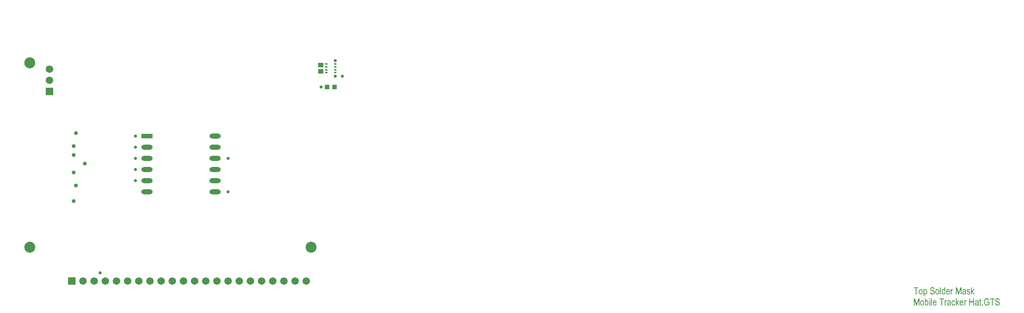
<source format=gts>
G04*
G04 #@! TF.GenerationSoftware,Altium Limited,Altium Designer,21.5.0 (25)*
G04*
G04 Layer_Color=8388736*
%FSLAX25Y25*%
%MOIN*%
G70*
G04*
G04 #@! TF.SameCoordinates,B52814C9-DCD9-4C92-8852-15DF41944D51*
G04*
G04*
G04 #@! TF.FilePolarity,Negative*
G04*
G01*
G75*
%ADD18R,0.03937X0.03937*%
%ADD22C,0.09843*%
%ADD23R,0.04534X0.04140*%
%ADD24R,0.02368X0.01778*%
%ADD25O,0.10243X0.04337*%
%ADD26R,0.10243X0.04337*%
%ADD27R,0.06699X0.06699*%
%ADD28C,0.06699*%
%ADD29R,0.06699X0.06699*%
%ADD30C,0.00400*%
%ADD31C,0.02762*%
%ADD32C,0.03550*%
G36*
X816419Y-488D02*
X816469D01*
X816525Y-498D01*
X816594Y-502D01*
X816663Y-511D01*
X816742Y-525D01*
X816821Y-539D01*
X816992Y-581D01*
X817075Y-609D01*
X817163Y-636D01*
X817246Y-673D01*
X817329Y-715D01*
X817333Y-719D01*
X817347Y-724D01*
X817370Y-738D01*
X817403Y-756D01*
X817435Y-779D01*
X817477Y-807D01*
X817527Y-844D01*
X817574Y-881D01*
X817629Y-927D01*
X817685Y-973D01*
X817740Y-1029D01*
X817795Y-1089D01*
X817851Y-1149D01*
X817902Y-1218D01*
X817953Y-1292D01*
X817999Y-1371D01*
X818003Y-1375D01*
X818008Y-1389D01*
X818022Y-1412D01*
X818036Y-1445D01*
X818054Y-1486D01*
X818077Y-1537D01*
X818100Y-1592D01*
X818124Y-1653D01*
X818147Y-1726D01*
X818170Y-1800D01*
X818188Y-1884D01*
X818211Y-1971D01*
X818225Y-2064D01*
X818239Y-2161D01*
X818253Y-2262D01*
X818257Y-2369D01*
X817597Y-2429D01*
Y-2420D01*
X817592Y-2401D01*
X817587Y-2369D01*
X817583Y-2327D01*
X817574Y-2276D01*
X817564Y-2221D01*
X817546Y-2156D01*
X817532Y-2082D01*
X817481Y-1934D01*
X817454Y-1860D01*
X817417Y-1787D01*
X817380Y-1713D01*
X817333Y-1643D01*
X817283Y-1579D01*
X817227Y-1519D01*
X817223Y-1514D01*
X817213Y-1505D01*
X817195Y-1491D01*
X817167Y-1472D01*
X817139Y-1449D01*
X817098Y-1422D01*
X817052Y-1398D01*
X817001Y-1366D01*
X816941Y-1338D01*
X816876Y-1315D01*
X816802Y-1288D01*
X816724Y-1264D01*
X816636Y-1246D01*
X816548Y-1232D01*
X816446Y-1223D01*
X816345Y-1218D01*
X816289D01*
X816248Y-1223D01*
X816201Y-1228D01*
X816146Y-1232D01*
X816081Y-1241D01*
X816017Y-1251D01*
X815874Y-1283D01*
X815800Y-1301D01*
X815726Y-1329D01*
X815652Y-1362D01*
X815582Y-1394D01*
X815518Y-1435D01*
X815458Y-1482D01*
X815453Y-1486D01*
X815444Y-1496D01*
X815430Y-1509D01*
X815411Y-1528D01*
X815388Y-1556D01*
X815361Y-1583D01*
X815338Y-1620D01*
X815310Y-1662D01*
X815277Y-1708D01*
X815254Y-1759D01*
X815204Y-1874D01*
X815185Y-1939D01*
X815171Y-2008D01*
X815162Y-2078D01*
X815157Y-2156D01*
Y-2161D01*
Y-2175D01*
Y-2193D01*
X815162Y-2221D01*
Y-2253D01*
X815171Y-2290D01*
X815185Y-2373D01*
X815213Y-2470D01*
X815250Y-2567D01*
X815305Y-2664D01*
X815342Y-2706D01*
X815379Y-2747D01*
X815384D01*
X815388Y-2757D01*
X815407Y-2771D01*
X815425Y-2785D01*
X815453Y-2803D01*
X815490Y-2826D01*
X815536Y-2854D01*
X815587Y-2881D01*
X815652Y-2914D01*
X815721Y-2946D01*
X815804Y-2983D01*
X815897Y-3020D01*
X816003Y-3057D01*
X816118Y-3094D01*
X816248Y-3136D01*
X816386Y-3177D01*
X816396D01*
X816419Y-3186D01*
X816460Y-3196D01*
X816511Y-3214D01*
X816571Y-3228D01*
X816645Y-3251D01*
X816724Y-3274D01*
X816807Y-3302D01*
X816982Y-3357D01*
X817163Y-3417D01*
X817246Y-3450D01*
X817324Y-3482D01*
X817393Y-3510D01*
X817458Y-3542D01*
X817463Y-3547D01*
X817481Y-3551D01*
X817504Y-3565D01*
X817537Y-3588D01*
X817574Y-3611D01*
X817620Y-3639D01*
X817671Y-3676D01*
X817726Y-3713D01*
X817837Y-3805D01*
X817957Y-3916D01*
X818068Y-4041D01*
X818124Y-4106D01*
X818170Y-4180D01*
X818174Y-4184D01*
X818179Y-4198D01*
X818193Y-4221D01*
X818207Y-4249D01*
X818225Y-4286D01*
X818248Y-4332D01*
X818271Y-4383D01*
X818294Y-4443D01*
X818313Y-4508D01*
X818336Y-4582D01*
X818359Y-4660D01*
X818378Y-4739D01*
X818391Y-4826D01*
X818405Y-4919D01*
X818410Y-5016D01*
X818414Y-5118D01*
Y-5122D01*
Y-5141D01*
Y-5168D01*
X818410Y-5210D01*
X818405Y-5256D01*
X818401Y-5312D01*
X818391Y-5376D01*
X818382Y-5446D01*
X818368Y-5520D01*
X818355Y-5598D01*
X818308Y-5764D01*
X818281Y-5847D01*
X818244Y-5935D01*
X818207Y-6023D01*
X818160Y-6106D01*
X818156Y-6111D01*
X818147Y-6125D01*
X818133Y-6148D01*
X818114Y-6180D01*
X818087Y-6217D01*
X818059Y-6259D01*
X818022Y-6305D01*
X817980Y-6356D01*
X817929Y-6411D01*
X817879Y-6467D01*
X817823Y-6522D01*
X817763Y-6577D01*
X817694Y-6633D01*
X817624Y-6684D01*
X817546Y-6735D01*
X817467Y-6781D01*
X817463Y-6785D01*
X817449Y-6790D01*
X817421Y-6804D01*
X817389Y-6818D01*
X817347Y-6836D01*
X817297Y-6855D01*
X817241Y-6873D01*
X817172Y-6896D01*
X817102Y-6919D01*
X817019Y-6938D01*
X816936Y-6956D01*
X816844Y-6975D01*
X816742Y-6989D01*
X816640Y-7002D01*
X816530Y-7007D01*
X816419Y-7012D01*
X816377D01*
X816354Y-7007D01*
X816326D01*
X816262Y-7002D01*
X816178Y-6993D01*
X816086Y-6979D01*
X815980Y-6966D01*
X815869Y-6938D01*
X815749Y-6910D01*
X815624Y-6873D01*
X815495Y-6827D01*
X815365Y-6771D01*
X815241Y-6702D01*
X815116Y-6628D01*
X814996Y-6540D01*
X814885Y-6439D01*
X814880Y-6434D01*
X814862Y-6411D01*
X814834Y-6379D01*
X814797Y-6333D01*
X814751Y-6273D01*
X814705Y-6203D01*
X814654Y-6120D01*
X814598Y-6028D01*
X814543Y-5922D01*
X814492Y-5801D01*
X814441Y-5672D01*
X814400Y-5533D01*
X814358Y-5385D01*
X814330Y-5224D01*
X814307Y-5053D01*
X814298Y-4873D01*
X814945Y-4803D01*
Y-4808D01*
X814950Y-4826D01*
Y-4854D01*
X814954Y-4891D01*
X814963Y-4933D01*
X814973Y-4984D01*
X814982Y-5039D01*
X814991Y-5099D01*
X815023Y-5233D01*
X815065Y-5367D01*
X815116Y-5496D01*
X815144Y-5561D01*
X815176Y-5616D01*
Y-5621D01*
X815185Y-5630D01*
X815194Y-5644D01*
X815208Y-5663D01*
X815254Y-5718D01*
X815310Y-5783D01*
X815384Y-5857D01*
X815476Y-5935D01*
X815578Y-6014D01*
X815698Y-6083D01*
X815703D01*
X815712Y-6092D01*
X815730Y-6097D01*
X815758Y-6111D01*
X815790Y-6125D01*
X815827Y-6139D01*
X815874Y-6152D01*
X815924Y-6171D01*
X815975Y-6189D01*
X816035Y-6203D01*
X816165Y-6231D01*
X816308Y-6250D01*
X816465Y-6259D01*
X816525D01*
X816566Y-6254D01*
X816617Y-6250D01*
X816677Y-6245D01*
X816742Y-6236D01*
X816811Y-6222D01*
X816964Y-6185D01*
X817042Y-6162D01*
X817121Y-6134D01*
X817200Y-6102D01*
X817273Y-6060D01*
X817347Y-6014D01*
X817412Y-5963D01*
X817417Y-5958D01*
X817426Y-5949D01*
X817444Y-5931D01*
X817467Y-5908D01*
X817490Y-5880D01*
X817518Y-5843D01*
X817551Y-5801D01*
X817583Y-5755D01*
X817615Y-5700D01*
X817648Y-5640D01*
X817675Y-5580D01*
X817698Y-5510D01*
X817721Y-5436D01*
X817740Y-5358D01*
X817749Y-5275D01*
X817754Y-5187D01*
Y-5182D01*
Y-5173D01*
Y-5159D01*
Y-5141D01*
X817749Y-5090D01*
X817740Y-5021D01*
X817721Y-4947D01*
X817703Y-4863D01*
X817671Y-4780D01*
X817629Y-4702D01*
Y-4697D01*
X817624Y-4693D01*
X817606Y-4665D01*
X817578Y-4628D01*
X817537Y-4582D01*
X817481Y-4526D01*
X817417Y-4471D01*
X817343Y-4411D01*
X817255Y-4360D01*
X817250D01*
X817241Y-4355D01*
X817227Y-4346D01*
X817204Y-4337D01*
X817172Y-4323D01*
X817135Y-4304D01*
X817089Y-4286D01*
X817029Y-4263D01*
X816964Y-4235D01*
X816890Y-4207D01*
X816802Y-4175D01*
X816705Y-4143D01*
X816594Y-4106D01*
X816474Y-4069D01*
X816340Y-4027D01*
X816192Y-3981D01*
X816183Y-3976D01*
X816160Y-3972D01*
X816123Y-3958D01*
X816072Y-3944D01*
X816012Y-3926D01*
X815943Y-3903D01*
X815869Y-3875D01*
X815790Y-3847D01*
X815615Y-3778D01*
X815444Y-3704D01*
X815361Y-3667D01*
X815282Y-3630D01*
X815213Y-3588D01*
X815148Y-3547D01*
X815144Y-3542D01*
X815134Y-3537D01*
X815121Y-3524D01*
X815097Y-3505D01*
X815070Y-3487D01*
X815042Y-3459D01*
X814973Y-3394D01*
X814894Y-3311D01*
X814816Y-3219D01*
X814737Y-3108D01*
X814668Y-2988D01*
Y-2983D01*
X814659Y-2974D01*
X814654Y-2955D01*
X814640Y-2928D01*
X814626Y-2895D01*
X814612Y-2858D01*
X814598Y-2817D01*
X814585Y-2766D01*
X814566Y-2710D01*
X814552Y-2655D01*
X814524Y-2526D01*
X814506Y-2378D01*
X814497Y-2225D01*
Y-2216D01*
Y-2193D01*
X814501Y-2152D01*
X814506Y-2096D01*
X814511Y-2031D01*
X814524Y-1957D01*
X814538Y-1874D01*
X814557Y-1782D01*
X814585Y-1685D01*
X814617Y-1583D01*
X814654Y-1477D01*
X814705Y-1375D01*
X814760Y-1269D01*
X814825Y-1168D01*
X814899Y-1066D01*
X814987Y-973D01*
X814991Y-969D01*
X815010Y-950D01*
X815037Y-927D01*
X815079Y-895D01*
X815125Y-858D01*
X815185Y-816D01*
X815259Y-775D01*
X815338Y-729D01*
X815430Y-682D01*
X815532Y-641D01*
X815638Y-599D01*
X815758Y-562D01*
X815887Y-530D01*
X816021Y-507D01*
X816169Y-488D01*
X816322Y-484D01*
X816377D01*
X816419Y-488D01*
D02*
G37*
G36*
X827904Y-6905D02*
X827308D01*
Y-6337D01*
X827299Y-6346D01*
X827289Y-6365D01*
X827276Y-6388D01*
X827257Y-6416D01*
X827239Y-6448D01*
X827188Y-6522D01*
X827123Y-6601D01*
X827045Y-6688D01*
X826957Y-6767D01*
X826860Y-6841D01*
X826855D01*
X826846Y-6850D01*
X826832Y-6855D01*
X826814Y-6869D01*
X826791Y-6882D01*
X826758Y-6896D01*
X826689Y-6924D01*
X826601Y-6956D01*
X826499Y-6984D01*
X826393Y-7002D01*
X826278Y-7012D01*
X826250D01*
X826213Y-7007D01*
X826167Y-7002D01*
X826111Y-6993D01*
X826042Y-6979D01*
X825968Y-6961D01*
X825885Y-6933D01*
X825802Y-6901D01*
X825710Y-6859D01*
X825613Y-6808D01*
X825515Y-6748D01*
X825418Y-6679D01*
X825321Y-6596D01*
X825224Y-6499D01*
X825132Y-6388D01*
X825127Y-6379D01*
X825113Y-6360D01*
X825086Y-6323D01*
X825058Y-6273D01*
X825021Y-6208D01*
X824979Y-6129D01*
X824938Y-6037D01*
X824892Y-5931D01*
X824846Y-5815D01*
X824804Y-5681D01*
X824762Y-5538D01*
X824725Y-5376D01*
X824698Y-5210D01*
X824675Y-5025D01*
X824656Y-4831D01*
X824652Y-4623D01*
Y-4614D01*
Y-4591D01*
Y-4549D01*
X824656Y-4494D01*
Y-4425D01*
X824661Y-4351D01*
X824670Y-4263D01*
X824679Y-4166D01*
X824689Y-4064D01*
X824702Y-3963D01*
X824739Y-3741D01*
X824795Y-3519D01*
X824827Y-3408D01*
X824864Y-3306D01*
X824869Y-3302D01*
X824873Y-3283D01*
X824887Y-3256D01*
X824901Y-3219D01*
X824924Y-3173D01*
X824952Y-3122D01*
X824979Y-3062D01*
X825016Y-3002D01*
X825100Y-2868D01*
X825197Y-2734D01*
X825308Y-2609D01*
X825372Y-2549D01*
X825437Y-2498D01*
X825441Y-2493D01*
X825455Y-2489D01*
X825474Y-2475D01*
X825502Y-2456D01*
X825534Y-2438D01*
X825576Y-2415D01*
X825622Y-2392D01*
X825673Y-2364D01*
X825728Y-2341D01*
X825788Y-2318D01*
X825927Y-2276D01*
X825996Y-2258D01*
X826075Y-2244D01*
X826153Y-2239D01*
X826232Y-2235D01*
X826264D01*
X826287Y-2239D01*
X826315D01*
X826347Y-2244D01*
X826421Y-2253D01*
X826513Y-2276D01*
X826610Y-2304D01*
X826712Y-2346D01*
X826814Y-2401D01*
X826818D01*
X826828Y-2410D01*
X826841Y-2420D01*
X826860Y-2433D01*
X826906Y-2470D01*
X826971Y-2521D01*
X827040Y-2586D01*
X827114Y-2669D01*
X827192Y-2761D01*
X827262Y-2868D01*
Y-595D01*
X827904D01*
Y-6905D01*
D02*
G37*
G36*
X810149Y-2239D02*
X810186Y-2244D01*
X810233Y-2248D01*
X810283Y-2258D01*
X810339Y-2267D01*
X810464Y-2299D01*
X810528Y-2318D01*
X810598Y-2346D01*
X810667Y-2378D01*
X810736Y-2410D01*
X810801Y-2452D01*
X810870Y-2498D01*
X810875Y-2503D01*
X810884Y-2512D01*
X810907Y-2526D01*
X810930Y-2549D01*
X810962Y-2577D01*
X810995Y-2609D01*
X811036Y-2651D01*
X811078Y-2697D01*
X811124Y-2747D01*
X811170Y-2808D01*
X811217Y-2872D01*
X811267Y-2946D01*
X811314Y-3025D01*
X811360Y-3108D01*
X811406Y-3200D01*
X811448Y-3297D01*
X811452Y-3302D01*
X811457Y-3320D01*
X811466Y-3353D01*
X811480Y-3394D01*
X811498Y-3445D01*
X811517Y-3505D01*
X811535Y-3579D01*
X811558Y-3658D01*
X811577Y-3750D01*
X811595Y-3847D01*
X811614Y-3953D01*
X811632Y-4069D01*
X811646Y-4189D01*
X811656Y-4314D01*
X811665Y-4448D01*
Y-4586D01*
Y-4591D01*
Y-4600D01*
Y-4614D01*
Y-4637D01*
Y-4665D01*
X811660Y-4697D01*
Y-4734D01*
X811656Y-4780D01*
X811651Y-4877D01*
X811637Y-4988D01*
X811623Y-5113D01*
X811605Y-5247D01*
X811577Y-5390D01*
X811545Y-5538D01*
X811508Y-5686D01*
X811457Y-5838D01*
X811401Y-5986D01*
X811337Y-6125D01*
X811263Y-6259D01*
X811175Y-6383D01*
X811170Y-6388D01*
X811152Y-6411D01*
X811124Y-6443D01*
X811087Y-6481D01*
X811041Y-6531D01*
X810986Y-6582D01*
X810921Y-6638D01*
X810847Y-6698D01*
X810768Y-6758D01*
X810681Y-6813D01*
X810584Y-6864D01*
X810487Y-6915D01*
X810380Y-6952D01*
X810265Y-6984D01*
X810149Y-7002D01*
X810029Y-7012D01*
X810001D01*
X809978Y-7007D01*
X809955D01*
X809923Y-7002D01*
X809849Y-6993D01*
X809766Y-6975D01*
X809674Y-6947D01*
X809577Y-6915D01*
X809479Y-6864D01*
X809475D01*
X809470Y-6855D01*
X809456Y-6850D01*
X809438Y-6836D01*
X809392Y-6799D01*
X809332Y-6753D01*
X809262Y-6693D01*
X809193Y-6619D01*
X809119Y-6536D01*
X809045Y-6439D01*
Y-8657D01*
X808412D01*
Y-2336D01*
X808999D01*
Y-2932D01*
X809004Y-2928D01*
X809008Y-2914D01*
X809022Y-2895D01*
X809036Y-2872D01*
X809054Y-2840D01*
X809082Y-2808D01*
X809138Y-2729D01*
X809207Y-2641D01*
X809285Y-2554D01*
X809378Y-2470D01*
X809424Y-2433D01*
X809470Y-2401D01*
X809475D01*
X809484Y-2392D01*
X809498Y-2387D01*
X809516Y-2373D01*
X809544Y-2364D01*
X809572Y-2350D01*
X809646Y-2318D01*
X809733Y-2286D01*
X809835Y-2262D01*
X809951Y-2244D01*
X810075Y-2235D01*
X810117D01*
X810149Y-2239D01*
D02*
G37*
G36*
X834367Y-2239D02*
X834395Y-2244D01*
X834432Y-2248D01*
X834469Y-2253D01*
X834515Y-2267D01*
X834612Y-2295D01*
X834723Y-2341D01*
X834779Y-2369D01*
X834839Y-2401D01*
X834903Y-2438D01*
X834963Y-2484D01*
X834746Y-3205D01*
X834742D01*
X834737Y-3196D01*
X834723Y-3191D01*
X834705Y-3177D01*
X834658Y-3149D01*
X834598Y-3117D01*
X834529Y-3089D01*
X834451Y-3062D01*
X834367Y-3043D01*
X834284Y-3034D01*
X834252D01*
X834210Y-3043D01*
X834159Y-3052D01*
X834104Y-3071D01*
X834039Y-3094D01*
X833975Y-3131D01*
X833910Y-3177D01*
X833901Y-3182D01*
X833882Y-3205D01*
X833855Y-3237D01*
X833818Y-3279D01*
X833781Y-3339D01*
X833744Y-3404D01*
X833707Y-3482D01*
X833679Y-3574D01*
Y-3579D01*
X833674Y-3593D01*
X833670Y-3621D01*
X833661Y-3653D01*
X833651Y-3695D01*
X833642Y-3741D01*
X833628Y-3796D01*
X833619Y-3856D01*
X833610Y-3926D01*
X833596Y-3999D01*
X833587Y-4078D01*
X833577Y-4161D01*
X833564Y-4332D01*
X833559Y-4517D01*
Y-6905D01*
X832926D01*
Y-2336D01*
X833499D01*
Y-3034D01*
X833503Y-3029D01*
X833508Y-3011D01*
X833522Y-2988D01*
X833536Y-2955D01*
X833554Y-2918D01*
X833577Y-2872D01*
X833628Y-2771D01*
X833693Y-2664D01*
X833757Y-2558D01*
X833794Y-2507D01*
X833827Y-2466D01*
X833864Y-2424D01*
X833896Y-2392D01*
X833905Y-2387D01*
X833928Y-2369D01*
X833965Y-2341D01*
X834016Y-2313D01*
X834081Y-2286D01*
X834150Y-2258D01*
X834229Y-2239D01*
X834312Y-2235D01*
X834344D01*
X834367Y-2239D01*
D02*
G37*
G36*
X848754D02*
X848796Y-2244D01*
X848847Y-2248D01*
X848897Y-2253D01*
X849013Y-2272D01*
X849137Y-2299D01*
X849262Y-2336D01*
X849382Y-2387D01*
X849387D01*
X849396Y-2392D01*
X849415Y-2401D01*
X849433Y-2415D01*
X849461Y-2429D01*
X849493Y-2447D01*
X849563Y-2493D01*
X849641Y-2554D01*
X849720Y-2623D01*
X849798Y-2701D01*
X849868Y-2794D01*
Y-2798D01*
X849877Y-2808D01*
X849886Y-2821D01*
X849895Y-2840D01*
X849909Y-2868D01*
X849923Y-2900D01*
X849941Y-2937D01*
X849960Y-2978D01*
X849978Y-3029D01*
X850002Y-3080D01*
X850020Y-3140D01*
X850038Y-3205D01*
X850057Y-3279D01*
X850075Y-3353D01*
X850089Y-3431D01*
X850103Y-3519D01*
X849484Y-3621D01*
Y-3611D01*
X849479Y-3588D01*
X849470Y-3551D01*
X849461Y-3505D01*
X849442Y-3445D01*
X849419Y-3385D01*
X849387Y-3316D01*
X849350Y-3246D01*
X849304Y-3177D01*
X849244Y-3108D01*
X849179Y-3048D01*
X849101Y-2988D01*
X849013Y-2942D01*
X848911Y-2905D01*
X848796Y-2881D01*
X848666Y-2872D01*
X848625D01*
X848597Y-2877D01*
X848565D01*
X848523Y-2881D01*
X848435Y-2891D01*
X848334Y-2914D01*
X848232Y-2942D01*
X848130Y-2983D01*
X848089Y-3011D01*
X848047Y-3039D01*
X848038Y-3048D01*
X848015Y-3066D01*
X847983Y-3103D01*
X847950Y-3154D01*
X847913Y-3214D01*
X847881Y-3288D01*
X847858Y-3371D01*
X847853Y-3417D01*
X847849Y-3464D01*
Y-3468D01*
Y-3473D01*
Y-3487D01*
X847853Y-3505D01*
X847858Y-3551D01*
X847872Y-3607D01*
X847895Y-3672D01*
X847932Y-3736D01*
X847978Y-3801D01*
X848043Y-3861D01*
X848047Y-3866D01*
X848056Y-3870D01*
X848070Y-3879D01*
X848089Y-3889D01*
X848112Y-3898D01*
X848140Y-3912D01*
X848172Y-3926D01*
X848213Y-3944D01*
X848264Y-3967D01*
X848320Y-3990D01*
X848384Y-4013D01*
X848458Y-4041D01*
X848542Y-4069D01*
X848634Y-4101D01*
X848736Y-4134D01*
X848740D01*
X848745Y-4138D01*
X848768Y-4143D01*
X848810Y-4157D01*
X848865Y-4175D01*
X848925Y-4194D01*
X848999Y-4221D01*
X849078Y-4249D01*
X849161Y-4277D01*
X849332Y-4341D01*
X849419Y-4374D01*
X849498Y-4406D01*
X849576Y-4438D01*
X849646Y-4471D01*
X849706Y-4503D01*
X849757Y-4531D01*
X849761D01*
X849766Y-4535D01*
X849794Y-4558D01*
X849835Y-4591D01*
X849891Y-4637D01*
X849946Y-4697D01*
X850006Y-4766D01*
X850066Y-4845D01*
X850117Y-4937D01*
Y-4942D01*
X850122Y-4947D01*
X850131Y-4965D01*
X850135Y-4984D01*
X850149Y-5007D01*
X850159Y-5034D01*
X850182Y-5108D01*
X850205Y-5196D01*
X850228Y-5302D01*
X850242Y-5418D01*
X850246Y-5547D01*
Y-5556D01*
Y-5575D01*
X850242Y-5612D01*
Y-5658D01*
X850233Y-5714D01*
X850223Y-5778D01*
X850209Y-5847D01*
X850196Y-5926D01*
X850172Y-6009D01*
X850145Y-6097D01*
X850112Y-6185D01*
X850071Y-6273D01*
X850025Y-6360D01*
X849969Y-6448D01*
X849904Y-6531D01*
X849831Y-6610D01*
X849826Y-6614D01*
X849812Y-6628D01*
X849789Y-6647D01*
X849757Y-6674D01*
X849710Y-6702D01*
X849660Y-6735D01*
X849599Y-6771D01*
X849535Y-6808D01*
X849456Y-6850D01*
X849368Y-6882D01*
X849276Y-6919D01*
X849174Y-6947D01*
X849068Y-6975D01*
X848948Y-6993D01*
X848828Y-7007D01*
X848694Y-7012D01*
X848662D01*
X848634Y-7007D01*
X848606D01*
X848569Y-7002D01*
X848528Y-6998D01*
X848481Y-6989D01*
X848375Y-6966D01*
X848255Y-6933D01*
X848126Y-6887D01*
X847992Y-6827D01*
X847923Y-6790D01*
X847858Y-6748D01*
X847789Y-6702D01*
X847719Y-6651D01*
X847655Y-6596D01*
X847590Y-6531D01*
X847525Y-6467D01*
X847465Y-6388D01*
X847410Y-6310D01*
X847354Y-6222D01*
X847308Y-6125D01*
X847262Y-6023D01*
X847220Y-5917D01*
X847183Y-5797D01*
X847155Y-5672D01*
X847132Y-5538D01*
X847765Y-5418D01*
Y-5423D01*
X847770Y-5441D01*
Y-5464D01*
X847779Y-5496D01*
X847784Y-5538D01*
X847798Y-5584D01*
X847807Y-5635D01*
X847825Y-5690D01*
X847862Y-5806D01*
X847918Y-5926D01*
X847983Y-6042D01*
X848024Y-6092D01*
X848066Y-6139D01*
X848070Y-6143D01*
X848079Y-6148D01*
X848093Y-6162D01*
X848112Y-6176D01*
X848135Y-6194D01*
X848167Y-6213D01*
X848204Y-6236D01*
X848241Y-6254D01*
X848287Y-6277D01*
X848338Y-6300D01*
X848394Y-6319D01*
X848454Y-6337D01*
X848583Y-6365D01*
X848657Y-6370D01*
X848731Y-6374D01*
X848773D01*
X848800Y-6370D01*
X848833D01*
X848874Y-6365D01*
X848967Y-6346D01*
X849068Y-6323D01*
X849174Y-6286D01*
X849276Y-6236D01*
X849322Y-6208D01*
X849368Y-6171D01*
X849373Y-6166D01*
X849378Y-6162D01*
X849405Y-6134D01*
X849442Y-6088D01*
X849484Y-6028D01*
X849526Y-5954D01*
X849558Y-5866D01*
X849586Y-5764D01*
X849590Y-5709D01*
X849595Y-5654D01*
Y-5649D01*
Y-5640D01*
Y-5626D01*
X849590Y-5607D01*
X849586Y-5561D01*
X849572Y-5496D01*
X849549Y-5432D01*
X849512Y-5362D01*
X849465Y-5293D01*
X849401Y-5233D01*
X849396Y-5228D01*
X849373Y-5215D01*
X849355Y-5205D01*
X849332Y-5192D01*
X849304Y-5178D01*
X849271Y-5159D01*
X849230Y-5141D01*
X849184Y-5122D01*
X849133Y-5104D01*
X849073Y-5081D01*
X849004Y-5053D01*
X848930Y-5030D01*
X848847Y-5002D01*
X848754Y-4974D01*
X848745Y-4970D01*
X848722Y-4965D01*
X848685Y-4951D01*
X848634Y-4937D01*
X848574Y-4919D01*
X848509Y-4896D01*
X848431Y-4868D01*
X848352Y-4840D01*
X848186Y-4780D01*
X848024Y-4716D01*
X847946Y-4683D01*
X847876Y-4651D01*
X847816Y-4623D01*
X847761Y-4591D01*
X847756D01*
X847752Y-4582D01*
X847738Y-4572D01*
X847719Y-4563D01*
X847673Y-4526D01*
X847618Y-4475D01*
X847558Y-4415D01*
X847493Y-4341D01*
X847428Y-4258D01*
X847373Y-4161D01*
Y-4157D01*
X847368Y-4147D01*
X847359Y-4134D01*
X847354Y-4115D01*
X847340Y-4087D01*
X847331Y-4060D01*
X847308Y-3986D01*
X847280Y-3893D01*
X847262Y-3792D01*
X847243Y-3681D01*
X847239Y-3556D01*
Y-3551D01*
Y-3528D01*
X847243Y-3501D01*
Y-3459D01*
X847253Y-3408D01*
X847257Y-3353D01*
X847271Y-3288D01*
X847285Y-3219D01*
X847303Y-3145D01*
X847331Y-3066D01*
X847359Y-2988D01*
X847396Y-2905D01*
X847437Y-2826D01*
X847488Y-2752D01*
X847548Y-2674D01*
X847613Y-2604D01*
X847618Y-2600D01*
X847631Y-2590D01*
X847650Y-2572D01*
X847682Y-2544D01*
X847719Y-2517D01*
X847765Y-2489D01*
X847821Y-2452D01*
X847881Y-2420D01*
X847955Y-2387D01*
X848029Y-2350D01*
X848116Y-2323D01*
X848209Y-2290D01*
X848306Y-2267D01*
X848412Y-2248D01*
X848528Y-2239D01*
X848648Y-2235D01*
X848717D01*
X848754Y-2239D01*
D02*
G37*
G36*
X842346Y-6905D02*
X841685D01*
Y-1625D01*
X840179Y-6905D01*
X839560D01*
X838068Y-1537D01*
Y-6905D01*
X837407D01*
Y-595D01*
X838438D01*
X839662Y-5067D01*
X839907Y-6000D01*
Y-5995D01*
X839911Y-5982D01*
X839916Y-5963D01*
X839925Y-5935D01*
X839935Y-5898D01*
X839944Y-5852D01*
X839962Y-5801D01*
X839976Y-5741D01*
X839995Y-5672D01*
X840013Y-5598D01*
X840036Y-5515D01*
X840064Y-5427D01*
X840092Y-5325D01*
X840119Y-5219D01*
X840152Y-5108D01*
X840184Y-4988D01*
X841422Y-595D01*
X842346D01*
Y-6905D01*
D02*
G37*
G36*
X851642Y-4203D02*
X853143Y-2336D01*
X853965D01*
X852533Y-4036D01*
X854109Y-6905D01*
X853328D01*
X852085Y-4568D01*
X851642Y-5094D01*
Y-6905D01*
X851009D01*
Y-595D01*
X851642D01*
Y-4203D01*
D02*
G37*
G36*
X845049Y-2239D02*
X845100D01*
X845155Y-2244D01*
X845220Y-2253D01*
X845289Y-2262D01*
X845437Y-2290D01*
X845589Y-2327D01*
X845742Y-2382D01*
X845811Y-2420D01*
X845876Y-2456D01*
X845880Y-2461D01*
X845890Y-2466D01*
X845908Y-2479D01*
X845931Y-2498D01*
X845987Y-2544D01*
X846056Y-2609D01*
X846130Y-2687D01*
X846199Y-2780D01*
X846259Y-2886D01*
X846282Y-2946D01*
X846301Y-3006D01*
Y-3011D01*
X846305Y-3020D01*
X846310Y-3039D01*
X846315Y-3066D01*
X846324Y-3103D01*
X846329Y-3145D01*
X846338Y-3191D01*
X846347Y-3246D01*
X846356Y-3311D01*
X846366Y-3385D01*
X846370Y-3464D01*
X846379Y-3547D01*
X846384Y-3639D01*
X846389Y-3741D01*
X846393Y-3847D01*
Y-3963D01*
Y-4993D01*
Y-4997D01*
Y-5007D01*
Y-5020D01*
Y-5039D01*
Y-5067D01*
Y-5094D01*
Y-5168D01*
Y-5252D01*
Y-5353D01*
X846398Y-5459D01*
Y-5570D01*
X846402Y-5806D01*
X846407Y-5917D01*
Y-6028D01*
X846412Y-6129D01*
X846416Y-6222D01*
X846426Y-6300D01*
Y-6333D01*
X846430Y-6360D01*
Y-6365D01*
Y-6374D01*
X846435Y-6388D01*
X846439Y-6407D01*
X846444Y-6434D01*
X846449Y-6462D01*
X846467Y-6536D01*
X846490Y-6619D01*
X846518Y-6707D01*
X846555Y-6808D01*
X846597Y-6905D01*
X845936D01*
Y-6901D01*
X845931Y-6896D01*
X845927Y-6882D01*
X845917Y-6864D01*
X845913Y-6841D01*
X845899Y-6813D01*
X845880Y-6748D01*
X845857Y-6665D01*
X845834Y-6573D01*
X845816Y-6467D01*
X845802Y-6346D01*
X845797Y-6351D01*
X845788Y-6360D01*
X845770Y-6379D01*
X845746Y-6402D01*
X845719Y-6430D01*
X845682Y-6462D01*
X845645Y-6494D01*
X845599Y-6531D01*
X845502Y-6614D01*
X845386Y-6698D01*
X845266Y-6776D01*
X845137Y-6845D01*
X845132D01*
X845123Y-6855D01*
X845104Y-6859D01*
X845076Y-6873D01*
X845044Y-6882D01*
X845007Y-6896D01*
X844966Y-6915D01*
X844919Y-6929D01*
X844809Y-6961D01*
X844689Y-6984D01*
X844559Y-7002D01*
X844421Y-7012D01*
X844393D01*
X844365Y-7007D01*
X844324D01*
X844273Y-7002D01*
X844217Y-6993D01*
X844153Y-6984D01*
X844083Y-6966D01*
X844009Y-6947D01*
X843935Y-6924D01*
X843857Y-6896D01*
X843778Y-6864D01*
X843704Y-6822D01*
X843626Y-6776D01*
X843557Y-6721D01*
X843487Y-6661D01*
X843483Y-6656D01*
X843473Y-6642D01*
X843455Y-6624D01*
X843432Y-6596D01*
X843409Y-6559D01*
X843376Y-6517D01*
X843349Y-6467D01*
X843316Y-6411D01*
X843284Y-6346D01*
X843252Y-6273D01*
X843219Y-6194D01*
X843196Y-6111D01*
X843173Y-6019D01*
X843155Y-5921D01*
X843145Y-5820D01*
X843141Y-5709D01*
Y-5704D01*
Y-5690D01*
Y-5672D01*
X843145Y-5640D01*
Y-5607D01*
X843150Y-5566D01*
X843155Y-5520D01*
X843159Y-5473D01*
X843182Y-5362D01*
X843210Y-5247D01*
X843247Y-5122D01*
X843303Y-5007D01*
Y-5002D01*
X843312Y-4993D01*
X843321Y-4979D01*
X843330Y-4956D01*
X843367Y-4900D01*
X843418Y-4831D01*
X843483Y-4757D01*
X843557Y-4679D01*
X843644Y-4600D01*
X843746Y-4531D01*
X843751D01*
X843760Y-4522D01*
X843778Y-4512D01*
X843801Y-4503D01*
X843829Y-4489D01*
X843866Y-4471D01*
X843912Y-4452D01*
X843963Y-4434D01*
X844019Y-4411D01*
X844083Y-4392D01*
X844153Y-4369D01*
X844231Y-4346D01*
X844314Y-4327D01*
X844407Y-4309D01*
X844504Y-4291D01*
X844610Y-4272D01*
X844619D01*
X844642Y-4267D01*
X844684Y-4263D01*
X844739Y-4254D01*
X844799Y-4240D01*
X844873Y-4231D01*
X844956Y-4212D01*
X845044Y-4198D01*
X845229Y-4157D01*
X845418Y-4110D01*
X845511Y-4087D01*
X845599Y-4060D01*
X845677Y-4032D01*
X845751Y-4004D01*
X845756Y-3810D01*
Y-3805D01*
Y-3792D01*
Y-3764D01*
X845751Y-3732D01*
Y-3695D01*
X845746Y-3653D01*
X845733Y-3551D01*
X845714Y-3441D01*
X845682Y-3334D01*
X845640Y-3233D01*
X845617Y-3186D01*
X845585Y-3149D01*
X845580Y-3145D01*
X845576Y-3136D01*
X845562Y-3122D01*
X845539Y-3108D01*
X845515Y-3085D01*
X845483Y-3062D01*
X845446Y-3039D01*
X845405Y-3011D01*
X845358Y-2983D01*
X845303Y-2960D01*
X845243Y-2937D01*
X845178Y-2914D01*
X845104Y-2900D01*
X845030Y-2886D01*
X844943Y-2877D01*
X844855Y-2872D01*
X844813D01*
X844781Y-2877D01*
X844744D01*
X844702Y-2881D01*
X844605Y-2895D01*
X844499Y-2918D01*
X844388Y-2951D01*
X844282Y-2997D01*
X844236Y-3025D01*
X844189Y-3057D01*
X844185D01*
X844180Y-3066D01*
X844171Y-3076D01*
X844153Y-3094D01*
X844134Y-3117D01*
X844116Y-3140D01*
X844092Y-3173D01*
X844069Y-3214D01*
X844042Y-3256D01*
X844019Y-3306D01*
X843991Y-3362D01*
X843963Y-3427D01*
X843940Y-3496D01*
X843912Y-3570D01*
X843889Y-3653D01*
X843871Y-3745D01*
X843247Y-3644D01*
Y-3635D01*
X843252Y-3611D01*
X843261Y-3574D01*
X843275Y-3524D01*
X843289Y-3464D01*
X843312Y-3394D01*
X843335Y-3316D01*
X843363Y-3233D01*
X843395Y-3149D01*
X843436Y-3057D01*
X843478Y-2969D01*
X843529Y-2881D01*
X843584Y-2794D01*
X843644Y-2715D01*
X843709Y-2641D01*
X843783Y-2572D01*
X843788Y-2567D01*
X843801Y-2558D01*
X843824Y-2540D01*
X843861Y-2521D01*
X843903Y-2493D01*
X843954Y-2466D01*
X844014Y-2433D01*
X844083Y-2401D01*
X844162Y-2373D01*
X844250Y-2341D01*
X844347Y-2313D01*
X844448Y-2286D01*
X844564Y-2267D01*
X844684Y-2248D01*
X844813Y-2239D01*
X844952Y-2235D01*
X845007D01*
X845049Y-2239D01*
D02*
G37*
G36*
X823889Y-6905D02*
X823256D01*
Y-595D01*
X823889D01*
Y-6905D01*
D02*
G37*
G36*
X803788Y-1338D02*
X802074D01*
Y-6905D01*
X801390D01*
Y-1338D01*
X799685D01*
Y-595D01*
X803788D01*
Y-1338D01*
D02*
G37*
G36*
X830510Y-2239D02*
X830560Y-2244D01*
X830625Y-2253D01*
X830694Y-2267D01*
X830778Y-2286D01*
X830865Y-2313D01*
X830958Y-2346D01*
X831055Y-2382D01*
X831157Y-2433D01*
X831258Y-2493D01*
X831360Y-2563D01*
X831461Y-2646D01*
X831558Y-2743D01*
X831651Y-2849D01*
X831655Y-2858D01*
X831674Y-2877D01*
X831697Y-2914D01*
X831725Y-2965D01*
X831762Y-3025D01*
X831803Y-3103D01*
X831849Y-3196D01*
X831896Y-3297D01*
X831937Y-3417D01*
X831983Y-3547D01*
X832025Y-3695D01*
X832062Y-3852D01*
X832090Y-4023D01*
X832117Y-4207D01*
X832131Y-4406D01*
X832136Y-4619D01*
Y-4822D01*
X829341D01*
Y-4831D01*
X829345Y-4854D01*
Y-4896D01*
X829350Y-4947D01*
X829359Y-5011D01*
X829368Y-5085D01*
X829382Y-5168D01*
X829401Y-5256D01*
X829443Y-5446D01*
X829470Y-5543D01*
X829502Y-5640D01*
X829544Y-5732D01*
X829586Y-5824D01*
X829636Y-5908D01*
X829692Y-5986D01*
X829697Y-5991D01*
X829706Y-6005D01*
X829724Y-6023D01*
X829747Y-6046D01*
X829780Y-6074D01*
X829817Y-6111D01*
X829858Y-6143D01*
X829909Y-6180D01*
X829965Y-6217D01*
X830020Y-6250D01*
X830085Y-6282D01*
X830154Y-6314D01*
X830228Y-6337D01*
X830302Y-6356D01*
X830385Y-6370D01*
X830468Y-6374D01*
X830500D01*
X830537Y-6370D01*
X830584Y-6360D01*
X830644Y-6346D01*
X830708Y-6323D01*
X830782Y-6296D01*
X830861Y-6259D01*
X830939Y-6208D01*
X831022Y-6143D01*
X831106Y-6069D01*
X831189Y-5977D01*
X831267Y-5871D01*
X831304Y-5811D01*
X831337Y-5746D01*
X831374Y-5677D01*
X831406Y-5603D01*
X831434Y-5520D01*
X831461Y-5436D01*
X832117Y-5533D01*
Y-5543D01*
X832108Y-5566D01*
X832099Y-5603D01*
X832085Y-5654D01*
X832067Y-5714D01*
X832043Y-5787D01*
X832016Y-5861D01*
X831979Y-5949D01*
X831942Y-6037D01*
X831900Y-6125D01*
X831849Y-6217D01*
X831794Y-6310D01*
X831734Y-6402D01*
X831669Y-6485D01*
X831600Y-6568D01*
X831522Y-6642D01*
X831517Y-6647D01*
X831503Y-6656D01*
X831480Y-6674D01*
X831448Y-6698D01*
X831406Y-6730D01*
X831355Y-6758D01*
X831295Y-6795D01*
X831230Y-6827D01*
X831157Y-6859D01*
X831078Y-6896D01*
X830990Y-6924D01*
X830898Y-6952D01*
X830796Y-6979D01*
X830690Y-6998D01*
X830579Y-7007D01*
X830464Y-7012D01*
X830427D01*
X830385Y-7007D01*
X830330Y-7002D01*
X830265Y-6993D01*
X830186Y-6979D01*
X830099Y-6961D01*
X830006Y-6938D01*
X829904Y-6905D01*
X829798Y-6864D01*
X829692Y-6818D01*
X829586Y-6758D01*
X829479Y-6688D01*
X829373Y-6610D01*
X829272Y-6517D01*
X829175Y-6411D01*
X829170Y-6402D01*
X829151Y-6383D01*
X829128Y-6346D01*
X829096Y-6300D01*
X829059Y-6236D01*
X829017Y-6157D01*
X828976Y-6069D01*
X828930Y-5968D01*
X828883Y-5847D01*
X828842Y-5718D01*
X828800Y-5575D01*
X828763Y-5418D01*
X828731Y-5252D01*
X828708Y-5067D01*
X828689Y-4873D01*
X828685Y-4665D01*
Y-4660D01*
Y-4651D01*
Y-4637D01*
Y-4614D01*
Y-4586D01*
X828689Y-4549D01*
Y-4512D01*
X828694Y-4471D01*
X828699Y-4369D01*
X828712Y-4258D01*
X828726Y-4134D01*
X828745Y-3995D01*
X828773Y-3852D01*
X828805Y-3704D01*
X828846Y-3551D01*
X828893Y-3404D01*
X828948Y-3256D01*
X829017Y-3117D01*
X829091Y-2983D01*
X829179Y-2858D01*
X829184Y-2849D01*
X829202Y-2831D01*
X829230Y-2803D01*
X829267Y-2761D01*
X829318Y-2715D01*
X829378Y-2660D01*
X829447Y-2604D01*
X829526Y-2544D01*
X829609Y-2489D01*
X829706Y-2433D01*
X829812Y-2378D01*
X829923Y-2332D01*
X830043Y-2290D01*
X830168Y-2262D01*
X830302Y-2239D01*
X830440Y-2235D01*
X830473D01*
X830510Y-2239D01*
D02*
G37*
G36*
X820845Y-2239D02*
X820895Y-2244D01*
X820960Y-2253D01*
X821034Y-2267D01*
X821117Y-2286D01*
X821210Y-2309D01*
X821307Y-2341D01*
X821404Y-2382D01*
X821510Y-2433D01*
X821616Y-2489D01*
X821722Y-2558D01*
X821824Y-2641D01*
X821926Y-2734D01*
X822023Y-2840D01*
X822027Y-2844D01*
X822046Y-2868D01*
X822069Y-2905D01*
X822101Y-2951D01*
X822138Y-3015D01*
X822184Y-3089D01*
X822226Y-3177D01*
X822277Y-3283D01*
X822323Y-3399D01*
X822369Y-3528D01*
X822411Y-3672D01*
X822448Y-3824D01*
X822480Y-3995D01*
X822503Y-4175D01*
X822522Y-4369D01*
X822526Y-4577D01*
Y-4582D01*
Y-4591D01*
Y-4609D01*
Y-4632D01*
Y-4660D01*
X822522Y-4693D01*
Y-4734D01*
X822517Y-4780D01*
X822513Y-4882D01*
X822499Y-4997D01*
X822485Y-5127D01*
X822466Y-5270D01*
X822439Y-5418D01*
X822406Y-5566D01*
X822365Y-5718D01*
X822314Y-5871D01*
X822258Y-6019D01*
X822194Y-6162D01*
X822115Y-6291D01*
X822027Y-6411D01*
X822023Y-6416D01*
X822004Y-6439D01*
X821976Y-6467D01*
X821940Y-6504D01*
X821889Y-6550D01*
X821829Y-6601D01*
X821764Y-6656D01*
X821686Y-6712D01*
X821598Y-6767D01*
X821505Y-6822D01*
X821399Y-6873D01*
X821288Y-6919D01*
X821168Y-6956D01*
X821043Y-6984D01*
X820909Y-7007D01*
X820771Y-7012D01*
X820738D01*
X820697Y-7007D01*
X820646Y-7002D01*
X820581Y-6993D01*
X820507Y-6979D01*
X820424Y-6961D01*
X820332Y-6938D01*
X820235Y-6905D01*
X820133Y-6864D01*
X820027Y-6818D01*
X819925Y-6758D01*
X819819Y-6688D01*
X819713Y-6610D01*
X819611Y-6517D01*
X819514Y-6411D01*
X819510Y-6402D01*
X819491Y-6383D01*
X819468Y-6346D01*
X819436Y-6296D01*
X819399Y-6236D01*
X819357Y-6157D01*
X819311Y-6065D01*
X819265Y-5958D01*
X819218Y-5843D01*
X819172Y-5709D01*
X819131Y-5561D01*
X819094Y-5399D01*
X819061Y-5229D01*
X819038Y-5039D01*
X819020Y-4840D01*
X819015Y-4623D01*
Y-4619D01*
Y-4609D01*
Y-4595D01*
Y-4572D01*
Y-4545D01*
X819020Y-4508D01*
Y-4471D01*
X819024Y-4429D01*
X819029Y-4332D01*
X819043Y-4217D01*
X819057Y-4092D01*
X819075Y-3958D01*
X819103Y-3815D01*
X819135Y-3667D01*
X819177Y-3519D01*
X819223Y-3371D01*
X819279Y-3228D01*
X819348Y-3089D01*
X819422Y-2960D01*
X819510Y-2840D01*
X819514Y-2831D01*
X819533Y-2812D01*
X819560Y-2785D01*
X819597Y-2743D01*
X819648Y-2701D01*
X819708Y-2651D01*
X819777Y-2595D01*
X819856Y-2535D01*
X819939Y-2480D01*
X820036Y-2424D01*
X820142Y-2373D01*
X820253Y-2327D01*
X820373Y-2290D01*
X820498Y-2262D01*
X820632Y-2239D01*
X820771Y-2235D01*
X820803D01*
X820845Y-2239D01*
D02*
G37*
G36*
X805978D02*
X806028Y-2244D01*
X806093Y-2253D01*
X806167Y-2267D01*
X806250Y-2286D01*
X806343Y-2309D01*
X806439Y-2341D01*
X806536Y-2382D01*
X806643Y-2433D01*
X806749Y-2489D01*
X806855Y-2558D01*
X806957Y-2641D01*
X807059Y-2734D01*
X807156Y-2840D01*
X807160Y-2844D01*
X807179Y-2868D01*
X807202Y-2905D01*
X807234Y-2951D01*
X807271Y-3015D01*
X807317Y-3089D01*
X807359Y-3177D01*
X807410Y-3283D01*
X807456Y-3399D01*
X807502Y-3528D01*
X807544Y-3672D01*
X807581Y-3824D01*
X807613Y-3995D01*
X807636Y-4175D01*
X807654Y-4369D01*
X807659Y-4577D01*
Y-4582D01*
Y-4591D01*
Y-4609D01*
Y-4632D01*
Y-4660D01*
X807654Y-4693D01*
Y-4734D01*
X807650Y-4780D01*
X807645Y-4882D01*
X807631Y-4997D01*
X807618Y-5127D01*
X807599Y-5270D01*
X807571Y-5418D01*
X807539Y-5566D01*
X807498Y-5718D01*
X807447Y-5871D01*
X807391Y-6019D01*
X807327Y-6162D01*
X807248Y-6291D01*
X807160Y-6411D01*
X807156Y-6416D01*
X807137Y-6439D01*
X807109Y-6467D01*
X807072Y-6504D01*
X807022Y-6550D01*
X806962Y-6601D01*
X806897Y-6656D01*
X806818Y-6712D01*
X806730Y-6767D01*
X806638Y-6822D01*
X806532Y-6873D01*
X806421Y-6919D01*
X806301Y-6956D01*
X806176Y-6984D01*
X806042Y-7007D01*
X805904Y-7012D01*
X805871D01*
X805830Y-7007D01*
X805779Y-7002D01*
X805714Y-6993D01*
X805640Y-6979D01*
X805557Y-6961D01*
X805465Y-6938D01*
X805368Y-6905D01*
X805266Y-6864D01*
X805160Y-6818D01*
X805058Y-6758D01*
X804952Y-6688D01*
X804846Y-6610D01*
X804744Y-6517D01*
X804647Y-6411D01*
X804642Y-6402D01*
X804624Y-6383D01*
X804601Y-6346D01*
X804568Y-6296D01*
X804531Y-6236D01*
X804490Y-6157D01*
X804444Y-6065D01*
X804397Y-5958D01*
X804351Y-5843D01*
X804305Y-5709D01*
X804263Y-5561D01*
X804226Y-5399D01*
X804194Y-5229D01*
X804171Y-5039D01*
X804153Y-4840D01*
X804148Y-4623D01*
Y-4619D01*
Y-4609D01*
Y-4595D01*
Y-4572D01*
Y-4545D01*
X804153Y-4508D01*
Y-4471D01*
X804157Y-4429D01*
X804162Y-4332D01*
X804176Y-4217D01*
X804189Y-4092D01*
X804208Y-3958D01*
X804236Y-3815D01*
X804268Y-3667D01*
X804310Y-3519D01*
X804356Y-3371D01*
X804411Y-3228D01*
X804481Y-3089D01*
X804554Y-2960D01*
X804642Y-2840D01*
X804647Y-2831D01*
X804665Y-2812D01*
X804693Y-2785D01*
X804730Y-2743D01*
X804781Y-2701D01*
X804841Y-2651D01*
X804910Y-2595D01*
X804989Y-2535D01*
X805072Y-2480D01*
X805169Y-2424D01*
X805275Y-2373D01*
X805386Y-2327D01*
X805506Y-2290D01*
X805631Y-2262D01*
X805765Y-2239D01*
X805904Y-2235D01*
X805936D01*
X805978Y-2239D01*
D02*
G37*
G36*
X814312Y-11486D02*
X813679D01*
Y-10595D01*
X814312D01*
Y-11486D01*
D02*
G37*
G36*
X874714Y-10488D02*
X874765D01*
X874820Y-10498D01*
X874889Y-10502D01*
X874959Y-10511D01*
X875037Y-10525D01*
X875116Y-10539D01*
X875287Y-10581D01*
X875370Y-10608D01*
X875458Y-10636D01*
X875541Y-10673D01*
X875624Y-10715D01*
X875629Y-10719D01*
X875642Y-10724D01*
X875666Y-10738D01*
X875698Y-10756D01*
X875730Y-10779D01*
X875772Y-10807D01*
X875823Y-10844D01*
X875869Y-10881D01*
X875924Y-10927D01*
X875980Y-10973D01*
X876035Y-11029D01*
X876091Y-11089D01*
X876146Y-11149D01*
X876197Y-11218D01*
X876248Y-11292D01*
X876294Y-11371D01*
X876299Y-11375D01*
X876303Y-11389D01*
X876317Y-11412D01*
X876331Y-11445D01*
X876349Y-11486D01*
X876372Y-11537D01*
X876396Y-11592D01*
X876419Y-11653D01*
X876442Y-11727D01*
X876465Y-11800D01*
X876483Y-11884D01*
X876506Y-11971D01*
X876520Y-12064D01*
X876534Y-12161D01*
X876548Y-12262D01*
X876553Y-12369D01*
X875892Y-12429D01*
Y-12420D01*
X875887Y-12401D01*
X875883Y-12369D01*
X875878Y-12327D01*
X875869Y-12276D01*
X875860Y-12221D01*
X875841Y-12156D01*
X875827Y-12082D01*
X875776Y-11934D01*
X875749Y-11861D01*
X875712Y-11787D01*
X875675Y-11713D01*
X875629Y-11643D01*
X875578Y-11579D01*
X875522Y-11519D01*
X875518Y-11514D01*
X875508Y-11505D01*
X875490Y-11491D01*
X875462Y-11472D01*
X875435Y-11449D01*
X875393Y-11422D01*
X875347Y-11399D01*
X875296Y-11366D01*
X875236Y-11338D01*
X875171Y-11315D01*
X875097Y-11288D01*
X875019Y-11265D01*
X874931Y-11246D01*
X874843Y-11232D01*
X874742Y-11223D01*
X874640Y-11218D01*
X874584D01*
X874543Y-11223D01*
X874497Y-11227D01*
X874441Y-11232D01*
X874377Y-11241D01*
X874312Y-11251D01*
X874169Y-11283D01*
X874095Y-11301D01*
X874021Y-11329D01*
X873947Y-11361D01*
X873878Y-11394D01*
X873813Y-11435D01*
X873753Y-11482D01*
X873748Y-11486D01*
X873739Y-11496D01*
X873725Y-11509D01*
X873707Y-11528D01*
X873684Y-11556D01*
X873656Y-11583D01*
X873633Y-11620D01*
X873605Y-11662D01*
X873573Y-11708D01*
X873550Y-11759D01*
X873499Y-11874D01*
X873480Y-11939D01*
X873466Y-12008D01*
X873457Y-12078D01*
X873453Y-12156D01*
Y-12161D01*
Y-12175D01*
Y-12193D01*
X873457Y-12221D01*
Y-12253D01*
X873466Y-12290D01*
X873480Y-12373D01*
X873508Y-12470D01*
X873545Y-12567D01*
X873600Y-12664D01*
X873637Y-12706D01*
X873674Y-12747D01*
X873679D01*
X873684Y-12757D01*
X873702Y-12771D01*
X873720Y-12785D01*
X873748Y-12803D01*
X873785Y-12826D01*
X873831Y-12854D01*
X873882Y-12881D01*
X873947Y-12914D01*
X874016Y-12946D01*
X874099Y-12983D01*
X874192Y-13020D01*
X874298Y-13057D01*
X874413Y-13094D01*
X874543Y-13136D01*
X874681Y-13177D01*
X874691D01*
X874714Y-13186D01*
X874755Y-13196D01*
X874806Y-13214D01*
X874866Y-13228D01*
X874940Y-13251D01*
X875019Y-13274D01*
X875102Y-13302D01*
X875278Y-13357D01*
X875458Y-13417D01*
X875541Y-13450D01*
X875619Y-13482D01*
X875689Y-13510D01*
X875753Y-13542D01*
X875758Y-13547D01*
X875776Y-13551D01*
X875799Y-13565D01*
X875832Y-13588D01*
X875869Y-13611D01*
X875915Y-13639D01*
X875966Y-13676D01*
X876021Y-13713D01*
X876132Y-13805D01*
X876252Y-13916D01*
X876363Y-14041D01*
X876419Y-14106D01*
X876465Y-14180D01*
X876469Y-14184D01*
X876474Y-14198D01*
X876488Y-14221D01*
X876502Y-14249D01*
X876520Y-14286D01*
X876543Y-14332D01*
X876567Y-14383D01*
X876590Y-14443D01*
X876608Y-14508D01*
X876631Y-14582D01*
X876654Y-14660D01*
X876673Y-14739D01*
X876687Y-14827D01*
X876700Y-14919D01*
X876705Y-15016D01*
X876710Y-15118D01*
Y-15122D01*
Y-15141D01*
Y-15168D01*
X876705Y-15210D01*
X876700Y-15256D01*
X876696Y-15312D01*
X876687Y-15376D01*
X876677Y-15446D01*
X876663Y-15519D01*
X876650Y-15598D01*
X876603Y-15764D01*
X876576Y-15847D01*
X876539Y-15935D01*
X876502Y-16023D01*
X876456Y-16106D01*
X876451Y-16111D01*
X876442Y-16125D01*
X876428Y-16148D01*
X876409Y-16180D01*
X876382Y-16217D01*
X876354Y-16259D01*
X876317Y-16305D01*
X876275Y-16356D01*
X876225Y-16411D01*
X876174Y-16467D01*
X876118Y-16522D01*
X876058Y-16578D01*
X875989Y-16633D01*
X875920Y-16684D01*
X875841Y-16735D01*
X875763Y-16781D01*
X875758Y-16785D01*
X875744Y-16790D01*
X875716Y-16804D01*
X875684Y-16818D01*
X875642Y-16836D01*
X875592Y-16855D01*
X875536Y-16873D01*
X875467Y-16896D01*
X875398Y-16919D01*
X875314Y-16938D01*
X875231Y-16956D01*
X875139Y-16975D01*
X875037Y-16989D01*
X874936Y-17003D01*
X874825Y-17007D01*
X874714Y-17012D01*
X874672D01*
X874649Y-17007D01*
X874621D01*
X874557Y-17003D01*
X874474Y-16993D01*
X874381Y-16979D01*
X874275Y-16966D01*
X874164Y-16938D01*
X874044Y-16910D01*
X873919Y-16873D01*
X873790Y-16827D01*
X873660Y-16771D01*
X873536Y-16702D01*
X873411Y-16628D01*
X873291Y-16541D01*
X873180Y-16439D01*
X873175Y-16434D01*
X873157Y-16411D01*
X873129Y-16379D01*
X873092Y-16333D01*
X873046Y-16273D01*
X873000Y-16203D01*
X872949Y-16120D01*
X872894Y-16028D01*
X872838Y-15921D01*
X872787Y-15801D01*
X872736Y-15672D01*
X872695Y-15533D01*
X872653Y-15385D01*
X872626Y-15224D01*
X872602Y-15053D01*
X872593Y-14873D01*
X873240Y-14803D01*
Y-14808D01*
X873245Y-14827D01*
Y-14854D01*
X873249Y-14891D01*
X873258Y-14933D01*
X873268Y-14984D01*
X873277Y-15039D01*
X873286Y-15099D01*
X873319Y-15233D01*
X873360Y-15367D01*
X873411Y-15496D01*
X873439Y-15561D01*
X873471Y-15617D01*
Y-15621D01*
X873480Y-15630D01*
X873489Y-15644D01*
X873503Y-15663D01*
X873550Y-15718D01*
X873605Y-15783D01*
X873679Y-15857D01*
X873771Y-15935D01*
X873873Y-16014D01*
X873993Y-16083D01*
X873998D01*
X874007Y-16092D01*
X874026Y-16097D01*
X874053Y-16111D01*
X874086Y-16125D01*
X874123Y-16139D01*
X874169Y-16152D01*
X874220Y-16171D01*
X874270Y-16189D01*
X874330Y-16203D01*
X874460Y-16231D01*
X874603Y-16250D01*
X874760Y-16259D01*
X874820D01*
X874862Y-16254D01*
X874912Y-16250D01*
X874973Y-16245D01*
X875037Y-16236D01*
X875107Y-16222D01*
X875259Y-16185D01*
X875338Y-16162D01*
X875416Y-16134D01*
X875495Y-16102D01*
X875568Y-16060D01*
X875642Y-16014D01*
X875707Y-15963D01*
X875712Y-15958D01*
X875721Y-15949D01*
X875739Y-15931D01*
X875763Y-15908D01*
X875786Y-15880D01*
X875813Y-15843D01*
X875846Y-15801D01*
X875878Y-15755D01*
X875910Y-15700D01*
X875943Y-15640D01*
X875970Y-15580D01*
X875994Y-15510D01*
X876017Y-15436D01*
X876035Y-15358D01*
X876044Y-15275D01*
X876049Y-15187D01*
Y-15182D01*
Y-15173D01*
Y-15159D01*
Y-15141D01*
X876044Y-15090D01*
X876035Y-15021D01*
X876017Y-14947D01*
X875998Y-14863D01*
X875966Y-14780D01*
X875924Y-14702D01*
Y-14697D01*
X875920Y-14693D01*
X875901Y-14665D01*
X875873Y-14628D01*
X875832Y-14582D01*
X875776Y-14526D01*
X875712Y-14471D01*
X875638Y-14411D01*
X875550Y-14360D01*
X875545D01*
X875536Y-14355D01*
X875522Y-14346D01*
X875499Y-14337D01*
X875467Y-14323D01*
X875430Y-14304D01*
X875384Y-14286D01*
X875324Y-14263D01*
X875259Y-14235D01*
X875185Y-14207D01*
X875097Y-14175D01*
X875000Y-14143D01*
X874889Y-14106D01*
X874769Y-14069D01*
X874635Y-14027D01*
X874487Y-13981D01*
X874478Y-13976D01*
X874455Y-13972D01*
X874418Y-13958D01*
X874367Y-13944D01*
X874307Y-13926D01*
X874238Y-13903D01*
X874164Y-13875D01*
X874086Y-13847D01*
X873910Y-13778D01*
X873739Y-13704D01*
X873656Y-13667D01*
X873577Y-13630D01*
X873508Y-13588D01*
X873443Y-13547D01*
X873439Y-13542D01*
X873429Y-13537D01*
X873416Y-13524D01*
X873392Y-13505D01*
X873365Y-13487D01*
X873337Y-13459D01*
X873268Y-13394D01*
X873189Y-13311D01*
X873111Y-13219D01*
X873032Y-13108D01*
X872963Y-12988D01*
Y-12983D01*
X872954Y-12974D01*
X872949Y-12955D01*
X872935Y-12928D01*
X872921Y-12895D01*
X872907Y-12858D01*
X872894Y-12817D01*
X872880Y-12766D01*
X872861Y-12710D01*
X872847Y-12655D01*
X872820Y-12526D01*
X872801Y-12378D01*
X872792Y-12225D01*
Y-12216D01*
Y-12193D01*
X872797Y-12151D01*
X872801Y-12096D01*
X872806Y-12031D01*
X872820Y-11958D01*
X872834Y-11874D01*
X872852Y-11782D01*
X872880Y-11685D01*
X872912Y-11583D01*
X872949Y-11477D01*
X873000Y-11375D01*
X873055Y-11269D01*
X873120Y-11168D01*
X873194Y-11066D01*
X873282Y-10973D01*
X873286Y-10969D01*
X873305Y-10950D01*
X873333Y-10927D01*
X873374Y-10895D01*
X873420Y-10858D01*
X873480Y-10816D01*
X873554Y-10775D01*
X873633Y-10729D01*
X873725Y-10682D01*
X873827Y-10641D01*
X873933Y-10599D01*
X874053Y-10562D01*
X874183Y-10530D01*
X874317Y-10507D01*
X874464Y-10488D01*
X874617Y-10484D01*
X874672D01*
X874714Y-10488D01*
D02*
G37*
G36*
X865312D02*
X865358D01*
X865418Y-10493D01*
X865483Y-10502D01*
X865552Y-10511D01*
X865626Y-10521D01*
X865709Y-10535D01*
X865876Y-10571D01*
X866042Y-10627D01*
X866125Y-10659D01*
X866208Y-10696D01*
X866213Y-10701D01*
X866227Y-10706D01*
X866250Y-10719D01*
X866278Y-10733D01*
X866315Y-10756D01*
X866356Y-10784D01*
X866403Y-10816D01*
X866458Y-10849D01*
X866569Y-10937D01*
X866684Y-11038D01*
X866800Y-11158D01*
X866911Y-11297D01*
X866915Y-11301D01*
X866924Y-11315D01*
X866938Y-11338D01*
X866957Y-11366D01*
X866980Y-11408D01*
X867008Y-11454D01*
X867035Y-11509D01*
X867068Y-11574D01*
X867100Y-11643D01*
X867132Y-11722D01*
X867169Y-11810D01*
X867202Y-11907D01*
X867239Y-12008D01*
X867271Y-12115D01*
X867299Y-12230D01*
X867327Y-12355D01*
X866712Y-12563D01*
Y-12558D01*
X866707Y-12540D01*
X866698Y-12512D01*
X866689Y-12475D01*
X866680Y-12433D01*
X866661Y-12382D01*
X866647Y-12323D01*
X866624Y-12262D01*
X866583Y-12133D01*
X866527Y-12004D01*
X866467Y-11879D01*
X866435Y-11819D01*
X866398Y-11768D01*
Y-11763D01*
X866389Y-11754D01*
X866379Y-11740D01*
X866366Y-11727D01*
X866319Y-11676D01*
X866264Y-11616D01*
X866190Y-11551D01*
X866107Y-11482D01*
X866005Y-11412D01*
X865894Y-11352D01*
X865890D01*
X865880Y-11348D01*
X865862Y-11338D01*
X865839Y-11329D01*
X865811Y-11315D01*
X865774Y-11306D01*
X865737Y-11292D01*
X865691Y-11274D01*
X865589Y-11246D01*
X865469Y-11223D01*
X865340Y-11204D01*
X865201Y-11200D01*
X865146D01*
X865109Y-11204D01*
X865058Y-11209D01*
X865003Y-11214D01*
X864938Y-11223D01*
X864869Y-11232D01*
X864795Y-11251D01*
X864716Y-11269D01*
X864638Y-11288D01*
X864555Y-11315D01*
X864471Y-11348D01*
X864388Y-11385D01*
X864310Y-11426D01*
X864231Y-11477D01*
X864226Y-11482D01*
X864213Y-11491D01*
X864194Y-11505D01*
X864162Y-11528D01*
X864129Y-11556D01*
X864088Y-11592D01*
X864046Y-11634D01*
X863995Y-11685D01*
X863945Y-11740D01*
X863894Y-11805D01*
X863838Y-11874D01*
X863783Y-11948D01*
X863727Y-12036D01*
X863677Y-12124D01*
X863626Y-12221D01*
X863575Y-12327D01*
X863570Y-12332D01*
X863566Y-12355D01*
X863552Y-12387D01*
X863538Y-12429D01*
X863520Y-12484D01*
X863496Y-12553D01*
X863473Y-12632D01*
X863455Y-12720D01*
X863432Y-12817D01*
X863409Y-12923D01*
X863386Y-13039D01*
X863367Y-13163D01*
X863353Y-13293D01*
X863339Y-13436D01*
X863335Y-13579D01*
X863330Y-13732D01*
Y-13736D01*
Y-13745D01*
Y-13764D01*
Y-13787D01*
Y-13815D01*
X863335Y-13852D01*
Y-13893D01*
X863339Y-13939D01*
X863344Y-13990D01*
X863349Y-14046D01*
X863358Y-14166D01*
X863376Y-14300D01*
X863395Y-14443D01*
X863423Y-14595D01*
X863459Y-14753D01*
X863501Y-14910D01*
X863552Y-15067D01*
X863612Y-15219D01*
X863681Y-15367D01*
X863764Y-15506D01*
X863857Y-15630D01*
X863861Y-15635D01*
X863880Y-15658D01*
X863912Y-15690D01*
X863954Y-15727D01*
X864005Y-15778D01*
X864069Y-15829D01*
X864143Y-15885D01*
X864226Y-15945D01*
X864324Y-16005D01*
X864425Y-16060D01*
X864541Y-16111D01*
X864661Y-16162D01*
X864795Y-16199D01*
X864933Y-16231D01*
X865081Y-16250D01*
X865234Y-16259D01*
X865275D01*
X865303Y-16254D01*
X865340D01*
X865386Y-16250D01*
X865432Y-16245D01*
X865488Y-16236D01*
X865548Y-16226D01*
X865612Y-16213D01*
X865756Y-16180D01*
X865903Y-16134D01*
X866061Y-16069D01*
X866065Y-16065D01*
X866079Y-16060D01*
X866102Y-16051D01*
X866130Y-16032D01*
X866167Y-16014D01*
X866208Y-15995D01*
X866255Y-15968D01*
X866305Y-15940D01*
X866412Y-15871D01*
X866527Y-15792D01*
X866638Y-15704D01*
X866740Y-15607D01*
Y-14429D01*
X865220D01*
Y-13685D01*
X867410Y-13681D01*
Y-16028D01*
X867405Y-16032D01*
X867387Y-16051D01*
X867359Y-16074D01*
X867322Y-16106D01*
X867276Y-16148D01*
X867220Y-16194D01*
X867160Y-16250D01*
X867091Y-16305D01*
X867017Y-16360D01*
X866934Y-16425D01*
X866846Y-16485D01*
X866758Y-16545D01*
X866564Y-16665D01*
X866467Y-16716D01*
X866366Y-16767D01*
X866361Y-16771D01*
X866342Y-16776D01*
X866315Y-16790D01*
X866273Y-16804D01*
X866222Y-16822D01*
X866167Y-16845D01*
X866102Y-16869D01*
X866028Y-16887D01*
X865945Y-16910D01*
X865862Y-16933D01*
X865769Y-16956D01*
X865672Y-16975D01*
X865474Y-17003D01*
X865368Y-17007D01*
X865261Y-17012D01*
X865229D01*
X865187Y-17007D01*
X865132D01*
X865067Y-16998D01*
X864989Y-16993D01*
X864906Y-16979D01*
X864809Y-16966D01*
X864707Y-16942D01*
X864596Y-16919D01*
X864485Y-16887D01*
X864370Y-16850D01*
X864254Y-16808D01*
X864139Y-16758D01*
X864023Y-16698D01*
X863908Y-16633D01*
X863903Y-16628D01*
X863880Y-16614D01*
X863852Y-16591D01*
X863811Y-16564D01*
X863760Y-16522D01*
X863704Y-16476D01*
X863640Y-16416D01*
X863570Y-16351D01*
X863496Y-16277D01*
X863418Y-16199D01*
X863339Y-16106D01*
X863261Y-16009D01*
X863187Y-15898D01*
X863108Y-15783D01*
X863039Y-15663D01*
X862970Y-15529D01*
X862965Y-15519D01*
X862956Y-15496D01*
X862938Y-15455D01*
X862914Y-15399D01*
X862891Y-15330D01*
X862859Y-15242D01*
X862831Y-15145D01*
X862799Y-15034D01*
X862766Y-14914D01*
X862734Y-14780D01*
X862702Y-14637D01*
X862679Y-14485D01*
X862656Y-14323D01*
X862637Y-14147D01*
X862628Y-13967D01*
X862623Y-13782D01*
Y-13778D01*
Y-13769D01*
Y-13755D01*
Y-13736D01*
Y-13713D01*
X862628Y-13681D01*
Y-13648D01*
Y-13607D01*
X862632Y-13519D01*
X862642Y-13413D01*
X862651Y-13297D01*
X862665Y-13168D01*
X862683Y-13034D01*
X862706Y-12886D01*
X862734Y-12738D01*
X862771Y-12586D01*
X862808Y-12433D01*
X862854Y-12276D01*
X862910Y-12128D01*
X862970Y-11981D01*
X862974Y-11971D01*
X862984Y-11948D01*
X863007Y-11907D01*
X863035Y-11856D01*
X863067Y-11791D01*
X863108Y-11717D01*
X863159Y-11639D01*
X863215Y-11551D01*
X863275Y-11458D01*
X863344Y-11366D01*
X863418Y-11274D01*
X863501Y-11181D01*
X863589Y-11089D01*
X863681Y-11001D01*
X863778Y-10923D01*
X863880Y-10849D01*
X863885Y-10844D01*
X863908Y-10835D01*
X863935Y-10816D01*
X863982Y-10793D01*
X864032Y-10766D01*
X864097Y-10733D01*
X864176Y-10701D01*
X864259Y-10664D01*
X864351Y-10632D01*
X864453Y-10599D01*
X864564Y-10567D01*
X864679Y-10539D01*
X864804Y-10516D01*
X864938Y-10498D01*
X865072Y-10488D01*
X865215Y-10484D01*
X865271D01*
X865312Y-10488D01*
D02*
G37*
G36*
X846463Y-12239D02*
X846490Y-12244D01*
X846527Y-12248D01*
X846564Y-12253D01*
X846610Y-12267D01*
X846707Y-12295D01*
X846818Y-12341D01*
X846874Y-12369D01*
X846934Y-12401D01*
X846999Y-12438D01*
X847058Y-12484D01*
X846841Y-13205D01*
X846837D01*
X846832Y-13196D01*
X846818Y-13191D01*
X846800Y-13177D01*
X846754Y-13149D01*
X846694Y-13117D01*
X846624Y-13089D01*
X846546Y-13062D01*
X846463Y-13043D01*
X846379Y-13034D01*
X846347D01*
X846305Y-13043D01*
X846255Y-13052D01*
X846199Y-13071D01*
X846134Y-13094D01*
X846070Y-13131D01*
X846005Y-13177D01*
X845996Y-13182D01*
X845977Y-13205D01*
X845950Y-13237D01*
X845913Y-13279D01*
X845876Y-13339D01*
X845839Y-13404D01*
X845802Y-13482D01*
X845774Y-13575D01*
Y-13579D01*
X845770Y-13593D01*
X845765Y-13621D01*
X845756Y-13653D01*
X845746Y-13695D01*
X845737Y-13741D01*
X845723Y-13796D01*
X845714Y-13856D01*
X845705Y-13926D01*
X845691Y-13999D01*
X845682Y-14078D01*
X845673Y-14161D01*
X845659Y-14332D01*
X845654Y-14517D01*
Y-16905D01*
X845021D01*
Y-12336D01*
X845594D01*
Y-13034D01*
X845599Y-13029D01*
X845603Y-13011D01*
X845617Y-12988D01*
X845631Y-12955D01*
X845649Y-12918D01*
X845673Y-12872D01*
X845723Y-12771D01*
X845788Y-12664D01*
X845853Y-12558D01*
X845890Y-12507D01*
X845922Y-12466D01*
X845959Y-12424D01*
X845991Y-12392D01*
X846000Y-12387D01*
X846024Y-12369D01*
X846061Y-12341D01*
X846111Y-12313D01*
X846176Y-12286D01*
X846245Y-12258D01*
X846324Y-12239D01*
X846407Y-12235D01*
X846439D01*
X846463Y-12239D01*
D02*
G37*
G36*
X828782D02*
X828810Y-12244D01*
X828846Y-12248D01*
X828883Y-12253D01*
X828930Y-12267D01*
X829027Y-12295D01*
X829138Y-12341D01*
X829193Y-12369D01*
X829253Y-12401D01*
X829318Y-12438D01*
X829378Y-12484D01*
X829161Y-13205D01*
X829156D01*
X829151Y-13196D01*
X829138Y-13191D01*
X829119Y-13177D01*
X829073Y-13149D01*
X829013Y-13117D01*
X828944Y-13089D01*
X828865Y-13062D01*
X828782Y-13043D01*
X828699Y-13034D01*
X828666D01*
X828625Y-13043D01*
X828574Y-13052D01*
X828518Y-13071D01*
X828454Y-13094D01*
X828389Y-13131D01*
X828324Y-13177D01*
X828315Y-13182D01*
X828297Y-13205D01*
X828269Y-13237D01*
X828232Y-13279D01*
X828195Y-13339D01*
X828158Y-13404D01*
X828121Y-13482D01*
X828093Y-13575D01*
Y-13579D01*
X828089Y-13593D01*
X828084Y-13621D01*
X828075Y-13653D01*
X828066Y-13695D01*
X828057Y-13741D01*
X828043Y-13796D01*
X828033Y-13856D01*
X828024Y-13926D01*
X828010Y-13999D01*
X828001Y-14078D01*
X827992Y-14161D01*
X827978Y-14332D01*
X827973Y-14517D01*
Y-16905D01*
X827340D01*
Y-12336D01*
X827913D01*
Y-13034D01*
X827918Y-13029D01*
X827923Y-13011D01*
X827936Y-12988D01*
X827950Y-12955D01*
X827969Y-12919D01*
X827992Y-12872D01*
X828043Y-12771D01*
X828107Y-12664D01*
X828172Y-12558D01*
X828209Y-12507D01*
X828241Y-12466D01*
X828278Y-12424D01*
X828311Y-12392D01*
X828320Y-12387D01*
X828343Y-12369D01*
X828380Y-12341D01*
X828431Y-12313D01*
X828495Y-12286D01*
X828565Y-12258D01*
X828643Y-12239D01*
X828726Y-12235D01*
X828759D01*
X828782Y-12239D01*
D02*
G37*
G36*
X853577Y-16905D02*
X852894D01*
Y-13930D01*
X850205D01*
Y-16905D01*
X849521D01*
Y-10595D01*
X850205D01*
Y-13186D01*
X852894D01*
Y-10595D01*
X853577D01*
Y-16905D01*
D02*
G37*
G36*
X835384Y-12239D02*
X835435Y-12244D01*
X835490Y-12253D01*
X835555Y-12267D01*
X835629Y-12281D01*
X835703Y-12299D01*
X835781Y-12323D01*
X835864Y-12355D01*
X835947Y-12387D01*
X836031Y-12429D01*
X836109Y-12479D01*
X836188Y-12535D01*
X836266Y-12600D01*
X836271Y-12604D01*
X836285Y-12618D01*
X836303Y-12637D01*
X836331Y-12669D01*
X836363Y-12706D01*
X836400Y-12752D01*
X836437Y-12808D01*
X836479Y-12868D01*
X836525Y-12942D01*
X836567Y-13020D01*
X836608Y-13113D01*
X836650Y-13209D01*
X836691Y-13311D01*
X836724Y-13427D01*
X836756Y-13551D01*
X836779Y-13681D01*
X836165Y-13792D01*
Y-13787D01*
X836160Y-13773D01*
X836155Y-13750D01*
X836146Y-13718D01*
X836137Y-13676D01*
X836123Y-13634D01*
X836109Y-13588D01*
X836091Y-13533D01*
X836044Y-13422D01*
X835989Y-13307D01*
X835924Y-13200D01*
X835887Y-13149D01*
X835846Y-13103D01*
X835841Y-13099D01*
X835837Y-13094D01*
X835823Y-13080D01*
X835804Y-13066D01*
X835758Y-13029D01*
X835698Y-12988D01*
X835619Y-12946D01*
X835527Y-12909D01*
X835425Y-12881D01*
X835370Y-12877D01*
X835310Y-12872D01*
X835291D01*
X835264Y-12877D01*
X835231D01*
X835194Y-12886D01*
X835148Y-12895D01*
X835093Y-12909D01*
X835037Y-12923D01*
X834977Y-12946D01*
X834917Y-12974D01*
X834853Y-13006D01*
X834788Y-13048D01*
X834719Y-13094D01*
X834654Y-13149D01*
X834594Y-13214D01*
X834534Y-13288D01*
X834529Y-13293D01*
X834520Y-13307D01*
X834506Y-13334D01*
X834488Y-13367D01*
X834464Y-13413D01*
X834437Y-13468D01*
X834409Y-13533D01*
X834381Y-13607D01*
X834354Y-13695D01*
X834326Y-13792D01*
X834298Y-13903D01*
X834275Y-14023D01*
X834256Y-14152D01*
X834243Y-14291D01*
X834233Y-14443D01*
X834229Y-14609D01*
Y-14614D01*
Y-14619D01*
Y-14633D01*
Y-14651D01*
Y-14697D01*
X834233Y-14762D01*
X834238Y-14840D01*
X834243Y-14928D01*
X834252Y-15025D01*
X834266Y-15127D01*
X834280Y-15238D01*
X834298Y-15349D01*
X834326Y-15459D01*
X834354Y-15570D01*
X834386Y-15681D01*
X834423Y-15783D01*
X834469Y-15875D01*
X834520Y-15958D01*
X834525Y-15963D01*
X834534Y-15977D01*
X834552Y-15995D01*
X834575Y-16023D01*
X834603Y-16055D01*
X834640Y-16088D01*
X834677Y-16129D01*
X834728Y-16166D01*
X834779Y-16203D01*
X834834Y-16240D01*
X834899Y-16277D01*
X834963Y-16309D01*
X835037Y-16337D01*
X835111Y-16356D01*
X835194Y-16370D01*
X835277Y-16374D01*
X835314D01*
X835338Y-16370D01*
X835370Y-16365D01*
X835407Y-16360D01*
X835490Y-16342D01*
X835587Y-16309D01*
X835638Y-16286D01*
X835689Y-16259D01*
X835740Y-16226D01*
X835795Y-16189D01*
X835841Y-16148D01*
X835892Y-16102D01*
X835897Y-16097D01*
X835901Y-16088D01*
X835915Y-16074D01*
X835934Y-16051D01*
X835952Y-16018D01*
X835980Y-15981D01*
X836003Y-15940D01*
X836031Y-15889D01*
X836058Y-15834D01*
X836086Y-15769D01*
X836114Y-15700D01*
X836141Y-15621D01*
X836165Y-15533D01*
X836188Y-15441D01*
X836206Y-15344D01*
X836220Y-15238D01*
X836844Y-15335D01*
Y-15344D01*
X836839Y-15372D01*
X836830Y-15413D01*
X836821Y-15469D01*
X836807Y-15538D01*
X836784Y-15617D01*
X836761Y-15704D01*
X836733Y-15797D01*
X836701Y-15898D01*
X836664Y-16000D01*
X836617Y-16102D01*
X836567Y-16208D01*
X836511Y-16309D01*
X836446Y-16407D01*
X836377Y-16499D01*
X836298Y-16582D01*
X836294Y-16587D01*
X836280Y-16601D01*
X836257Y-16624D01*
X836220Y-16647D01*
X836178Y-16684D01*
X836132Y-16716D01*
X836072Y-16758D01*
X836007Y-16795D01*
X835938Y-16836D01*
X835855Y-16878D01*
X835772Y-16910D01*
X835680Y-16942D01*
X835582Y-16970D01*
X835481Y-16993D01*
X835375Y-17007D01*
X835264Y-17012D01*
X835231D01*
X835194Y-17007D01*
X835139Y-17003D01*
X835079Y-16993D01*
X835005Y-16979D01*
X834922Y-16961D01*
X834834Y-16938D01*
X834742Y-16905D01*
X834645Y-16864D01*
X834543Y-16818D01*
X834441Y-16758D01*
X834340Y-16688D01*
X834238Y-16610D01*
X834141Y-16517D01*
X834049Y-16411D01*
X834044Y-16402D01*
X834030Y-16383D01*
X834007Y-16346D01*
X833975Y-16296D01*
X833938Y-16236D01*
X833901Y-16157D01*
X833859Y-16065D01*
X833813Y-15958D01*
X833771Y-15843D01*
X833725Y-15709D01*
X833688Y-15561D01*
X833651Y-15399D01*
X833619Y-15228D01*
X833596Y-15039D01*
X833582Y-14840D01*
X833577Y-14623D01*
Y-14619D01*
Y-14609D01*
Y-14591D01*
Y-14572D01*
Y-14545D01*
X833582Y-14508D01*
Y-14471D01*
X833587Y-14429D01*
X833591Y-14327D01*
X833601Y-14217D01*
X833619Y-14087D01*
X833637Y-13953D01*
X833661Y-13810D01*
X833693Y-13662D01*
X833734Y-13514D01*
X833776Y-13367D01*
X833832Y-13223D01*
X833896Y-13085D01*
X833970Y-12955D01*
X834053Y-12835D01*
X834058Y-12831D01*
X834076Y-12808D01*
X834104Y-12780D01*
X834141Y-12743D01*
X834187Y-12697D01*
X834247Y-12646D01*
X834312Y-12590D01*
X834386Y-12535D01*
X834474Y-12479D01*
X834566Y-12424D01*
X834668Y-12373D01*
X834779Y-12327D01*
X834894Y-12290D01*
X835019Y-12262D01*
X835148Y-12239D01*
X835287Y-12235D01*
X835342D01*
X835384Y-12239D01*
D02*
G37*
G36*
X804624Y-16905D02*
X803963D01*
Y-11625D01*
X802457Y-16905D01*
X801838D01*
X800346Y-11537D01*
Y-16905D01*
X799685D01*
Y-10595D01*
X800715D01*
X801940Y-15067D01*
X802184Y-16000D01*
Y-15995D01*
X802189Y-15981D01*
X802194Y-15963D01*
X802203Y-15935D01*
X802212Y-15898D01*
X802221Y-15852D01*
X802240Y-15801D01*
X802254Y-15741D01*
X802272Y-15672D01*
X802291Y-15598D01*
X802314Y-15515D01*
X802341Y-15427D01*
X802369Y-15326D01*
X802397Y-15219D01*
X802429Y-15108D01*
X802462Y-14988D01*
X803700Y-10595D01*
X804624D01*
Y-16905D01*
D02*
G37*
G36*
X872131Y-11338D02*
X870417D01*
Y-16905D01*
X869734D01*
Y-11338D01*
X868029D01*
Y-10595D01*
X872131D01*
Y-11338D01*
D02*
G37*
G36*
X861602Y-16905D02*
X860877D01*
Y-16023D01*
X861602D01*
Y-16905D01*
D02*
G37*
G36*
X856340Y-12239D02*
X856391D01*
X856446Y-12244D01*
X856511Y-12253D01*
X856580Y-12262D01*
X856728Y-12290D01*
X856881Y-12327D01*
X857033Y-12382D01*
X857102Y-12420D01*
X857167Y-12456D01*
X857172Y-12461D01*
X857181Y-12466D01*
X857199Y-12479D01*
X857222Y-12498D01*
X857278Y-12544D01*
X857347Y-12609D01*
X857421Y-12687D01*
X857491Y-12780D01*
X857551Y-12886D01*
X857574Y-12946D01*
X857592Y-13006D01*
Y-13011D01*
X857597Y-13020D01*
X857601Y-13039D01*
X857606Y-13066D01*
X857615Y-13103D01*
X857620Y-13145D01*
X857629Y-13191D01*
X857638Y-13247D01*
X857648Y-13311D01*
X857657Y-13385D01*
X857661Y-13464D01*
X857671Y-13547D01*
X857675Y-13639D01*
X857680Y-13741D01*
X857685Y-13847D01*
Y-13963D01*
Y-14993D01*
Y-14997D01*
Y-15007D01*
Y-15021D01*
Y-15039D01*
Y-15067D01*
Y-15094D01*
Y-15168D01*
Y-15251D01*
Y-15353D01*
X857689Y-15459D01*
Y-15570D01*
X857694Y-15806D01*
X857698Y-15917D01*
Y-16028D01*
X857703Y-16129D01*
X857708Y-16222D01*
X857717Y-16300D01*
Y-16333D01*
X857722Y-16360D01*
Y-16365D01*
Y-16374D01*
X857726Y-16388D01*
X857731Y-16407D01*
X857735Y-16434D01*
X857740Y-16462D01*
X857758Y-16536D01*
X857782Y-16619D01*
X857809Y-16707D01*
X857846Y-16808D01*
X857888Y-16905D01*
X857227D01*
Y-16901D01*
X857222Y-16896D01*
X857218Y-16882D01*
X857209Y-16864D01*
X857204Y-16841D01*
X857190Y-16813D01*
X857172Y-16748D01*
X857149Y-16665D01*
X857125Y-16573D01*
X857107Y-16467D01*
X857093Y-16346D01*
X857088Y-16351D01*
X857079Y-16360D01*
X857061Y-16379D01*
X857038Y-16402D01*
X857010Y-16430D01*
X856973Y-16462D01*
X856936Y-16494D01*
X856890Y-16531D01*
X856793Y-16614D01*
X856677Y-16698D01*
X856557Y-16776D01*
X856428Y-16845D01*
X856423D01*
X856414Y-16855D01*
X856396Y-16859D01*
X856368Y-16873D01*
X856336Y-16882D01*
X856299Y-16896D01*
X856257Y-16915D01*
X856211Y-16929D01*
X856100Y-16961D01*
X855980Y-16984D01*
X855850Y-17003D01*
X855712Y-17012D01*
X855684D01*
X855656Y-17007D01*
X855615D01*
X855564Y-17003D01*
X855509Y-16993D01*
X855444Y-16984D01*
X855375Y-16966D01*
X855301Y-16947D01*
X855227Y-16924D01*
X855148Y-16896D01*
X855070Y-16864D01*
X854996Y-16822D01*
X854917Y-16776D01*
X854848Y-16721D01*
X854778Y-16661D01*
X854774Y-16656D01*
X854765Y-16642D01*
X854746Y-16624D01*
X854723Y-16596D01*
X854700Y-16559D01*
X854668Y-16517D01*
X854640Y-16467D01*
X854608Y-16411D01*
X854575Y-16346D01*
X854543Y-16273D01*
X854511Y-16194D01*
X854488Y-16111D01*
X854464Y-16018D01*
X854446Y-15921D01*
X854437Y-15820D01*
X854432Y-15709D01*
Y-15704D01*
Y-15690D01*
Y-15672D01*
X854437Y-15640D01*
Y-15607D01*
X854441Y-15566D01*
X854446Y-15519D01*
X854451Y-15473D01*
X854474Y-15362D01*
X854501Y-15247D01*
X854538Y-15122D01*
X854594Y-15007D01*
Y-15002D01*
X854603Y-14993D01*
X854612Y-14979D01*
X854622Y-14956D01*
X854658Y-14900D01*
X854709Y-14831D01*
X854774Y-14757D01*
X854848Y-14679D01*
X854936Y-14600D01*
X855037Y-14531D01*
X855042D01*
X855051Y-14522D01*
X855070Y-14512D01*
X855093Y-14503D01*
X855120Y-14489D01*
X855157Y-14471D01*
X855204Y-14452D01*
X855254Y-14434D01*
X855310Y-14411D01*
X855375Y-14392D01*
X855444Y-14369D01*
X855522Y-14346D01*
X855606Y-14327D01*
X855698Y-14309D01*
X855795Y-14291D01*
X855901Y-14272D01*
X855910D01*
X855933Y-14267D01*
X855975Y-14263D01*
X856031Y-14254D01*
X856091Y-14240D01*
X856164Y-14231D01*
X856248Y-14212D01*
X856336Y-14198D01*
X856520Y-14157D01*
X856710Y-14110D01*
X856802Y-14087D01*
X856890Y-14060D01*
X856968Y-14032D01*
X857042Y-14004D01*
X857047Y-13810D01*
Y-13805D01*
Y-13792D01*
Y-13764D01*
X857042Y-13732D01*
Y-13695D01*
X857038Y-13653D01*
X857024Y-13551D01*
X857005Y-13441D01*
X856973Y-13334D01*
X856931Y-13233D01*
X856908Y-13186D01*
X856876Y-13149D01*
X856871Y-13145D01*
X856867Y-13136D01*
X856853Y-13122D01*
X856830Y-13108D01*
X856807Y-13085D01*
X856774Y-13062D01*
X856737Y-13039D01*
X856696Y-13011D01*
X856650Y-12983D01*
X856594Y-12960D01*
X856534Y-12937D01*
X856470Y-12914D01*
X856396Y-12900D01*
X856322Y-12886D01*
X856234Y-12877D01*
X856146Y-12872D01*
X856104D01*
X856072Y-12877D01*
X856035D01*
X855994Y-12881D01*
X855897Y-12895D01*
X855790Y-12918D01*
X855679Y-12951D01*
X855573Y-12997D01*
X855527Y-13025D01*
X855481Y-13057D01*
X855476D01*
X855472Y-13066D01*
X855462Y-13076D01*
X855444Y-13094D01*
X855425Y-13117D01*
X855407Y-13140D01*
X855384Y-13172D01*
X855361Y-13214D01*
X855333Y-13256D01*
X855310Y-13307D01*
X855282Y-13362D01*
X855254Y-13427D01*
X855231Y-13496D01*
X855204Y-13570D01*
X855180Y-13653D01*
X855162Y-13745D01*
X854538Y-13644D01*
Y-13634D01*
X854543Y-13611D01*
X854552Y-13575D01*
X854566Y-13524D01*
X854580Y-13464D01*
X854603Y-13394D01*
X854626Y-13316D01*
X854654Y-13233D01*
X854686Y-13149D01*
X854728Y-13057D01*
X854769Y-12969D01*
X854820Y-12881D01*
X854876Y-12794D01*
X854936Y-12715D01*
X855000Y-12641D01*
X855074Y-12572D01*
X855079Y-12567D01*
X855093Y-12558D01*
X855116Y-12540D01*
X855153Y-12521D01*
X855194Y-12493D01*
X855245Y-12466D01*
X855305Y-12433D01*
X855375Y-12401D01*
X855453Y-12373D01*
X855541Y-12341D01*
X855638Y-12313D01*
X855739Y-12286D01*
X855855Y-12267D01*
X855975Y-12248D01*
X856104Y-12239D01*
X856243Y-12235D01*
X856299D01*
X856340Y-12239D01*
D02*
G37*
G36*
X838026Y-14203D02*
X839528Y-12336D01*
X840350D01*
X838918Y-14037D01*
X840493Y-16905D01*
X839713D01*
X838470Y-14568D01*
X838026Y-15094D01*
Y-16905D01*
X837393D01*
Y-10595D01*
X838026D01*
Y-14203D01*
D02*
G37*
G36*
X831434Y-12239D02*
X831485D01*
X831540Y-12244D01*
X831605Y-12253D01*
X831674Y-12262D01*
X831822Y-12290D01*
X831974Y-12327D01*
X832127Y-12382D01*
X832196Y-12420D01*
X832261Y-12456D01*
X832265Y-12461D01*
X832275Y-12466D01*
X832293Y-12479D01*
X832316Y-12498D01*
X832372Y-12544D01*
X832441Y-12609D01*
X832515Y-12687D01*
X832584Y-12780D01*
X832644Y-12886D01*
X832667Y-12946D01*
X832686Y-13006D01*
Y-13011D01*
X832690Y-13020D01*
X832695Y-13039D01*
X832700Y-13066D01*
X832709Y-13103D01*
X832713Y-13145D01*
X832723Y-13191D01*
X832732Y-13247D01*
X832741Y-13311D01*
X832750Y-13385D01*
X832755Y-13464D01*
X832764Y-13547D01*
X832769Y-13639D01*
X832773Y-13741D01*
X832778Y-13847D01*
Y-13963D01*
Y-14993D01*
Y-14997D01*
Y-15007D01*
Y-15021D01*
Y-15039D01*
Y-15067D01*
Y-15094D01*
Y-15168D01*
Y-15251D01*
Y-15353D01*
X832783Y-15459D01*
Y-15570D01*
X832787Y-15806D01*
X832792Y-15917D01*
Y-16028D01*
X832797Y-16129D01*
X832801Y-16222D01*
X832810Y-16300D01*
Y-16333D01*
X832815Y-16360D01*
Y-16365D01*
Y-16374D01*
X832820Y-16388D01*
X832824Y-16407D01*
X832829Y-16434D01*
X832833Y-16462D01*
X832852Y-16536D01*
X832875Y-16619D01*
X832903Y-16707D01*
X832940Y-16808D01*
X832981Y-16905D01*
X832321D01*
Y-16901D01*
X832316Y-16896D01*
X832312Y-16882D01*
X832302Y-16864D01*
X832298Y-16841D01*
X832284Y-16813D01*
X832265Y-16748D01*
X832242Y-16665D01*
X832219Y-16573D01*
X832201Y-16467D01*
X832187Y-16346D01*
X832182Y-16351D01*
X832173Y-16360D01*
X832154Y-16379D01*
X832131Y-16402D01*
X832104Y-16430D01*
X832067Y-16462D01*
X832030Y-16494D01*
X831983Y-16531D01*
X831886Y-16614D01*
X831771Y-16698D01*
X831651Y-16776D01*
X831522Y-16845D01*
X831517D01*
X831508Y-16855D01*
X831489Y-16859D01*
X831461Y-16873D01*
X831429Y-16882D01*
X831392Y-16896D01*
X831351Y-16915D01*
X831304Y-16929D01*
X831193Y-16961D01*
X831073Y-16984D01*
X830944Y-17003D01*
X830805Y-17012D01*
X830778D01*
X830750Y-17007D01*
X830708D01*
X830657Y-17003D01*
X830602Y-16993D01*
X830537Y-16984D01*
X830468Y-16966D01*
X830394Y-16947D01*
X830320Y-16924D01*
X830242Y-16896D01*
X830163Y-16864D01*
X830089Y-16822D01*
X830011Y-16776D01*
X829941Y-16721D01*
X829872Y-16661D01*
X829867Y-16656D01*
X829858Y-16642D01*
X829840Y-16624D01*
X829817Y-16596D01*
X829794Y-16559D01*
X829761Y-16517D01*
X829733Y-16467D01*
X829701Y-16411D01*
X829669Y-16346D01*
X829636Y-16273D01*
X829604Y-16194D01*
X829581Y-16111D01*
X829558Y-16018D01*
X829539Y-15921D01*
X829530Y-15820D01*
X829526Y-15709D01*
Y-15704D01*
Y-15690D01*
Y-15672D01*
X829530Y-15640D01*
Y-15607D01*
X829535Y-15566D01*
X829539Y-15519D01*
X829544Y-15473D01*
X829567Y-15362D01*
X829595Y-15247D01*
X829632Y-15122D01*
X829687Y-15007D01*
Y-15002D01*
X829697Y-14993D01*
X829706Y-14979D01*
X829715Y-14956D01*
X829752Y-14900D01*
X829803Y-14831D01*
X829867Y-14757D01*
X829941Y-14679D01*
X830029Y-14600D01*
X830131Y-14531D01*
X830136D01*
X830145Y-14522D01*
X830163Y-14512D01*
X830186Y-14503D01*
X830214Y-14489D01*
X830251Y-14471D01*
X830297Y-14452D01*
X830348Y-14434D01*
X830403Y-14411D01*
X830468Y-14392D01*
X830537Y-14369D01*
X830616Y-14346D01*
X830699Y-14327D01*
X830791Y-14309D01*
X830888Y-14291D01*
X830995Y-14272D01*
X831004D01*
X831027Y-14267D01*
X831069Y-14263D01*
X831124Y-14254D01*
X831184Y-14240D01*
X831258Y-14231D01*
X831341Y-14212D01*
X831429Y-14198D01*
X831614Y-14157D01*
X831803Y-14110D01*
X831896Y-14087D01*
X831983Y-14060D01*
X832062Y-14032D01*
X832136Y-14004D01*
X832141Y-13810D01*
Y-13805D01*
Y-13792D01*
Y-13764D01*
X832136Y-13732D01*
Y-13695D01*
X832131Y-13653D01*
X832117Y-13551D01*
X832099Y-13441D01*
X832067Y-13334D01*
X832025Y-13233D01*
X832002Y-13186D01*
X831970Y-13149D01*
X831965Y-13145D01*
X831960Y-13136D01*
X831946Y-13122D01*
X831923Y-13108D01*
X831900Y-13085D01*
X831868Y-13062D01*
X831831Y-13039D01*
X831789Y-13011D01*
X831743Y-12983D01*
X831688Y-12960D01*
X831628Y-12937D01*
X831563Y-12914D01*
X831489Y-12900D01*
X831415Y-12886D01*
X831327Y-12877D01*
X831240Y-12872D01*
X831198D01*
X831166Y-12877D01*
X831129D01*
X831087Y-12881D01*
X830990Y-12895D01*
X830884Y-12918D01*
X830773Y-12951D01*
X830667Y-12997D01*
X830621Y-13025D01*
X830574Y-13057D01*
X830570D01*
X830565Y-13066D01*
X830556Y-13076D01*
X830537Y-13094D01*
X830519Y-13117D01*
X830500Y-13140D01*
X830477Y-13172D01*
X830454Y-13214D01*
X830427Y-13256D01*
X830403Y-13307D01*
X830376Y-13362D01*
X830348Y-13427D01*
X830325Y-13496D01*
X830297Y-13570D01*
X830274Y-13653D01*
X830256Y-13745D01*
X829632Y-13644D01*
Y-13634D01*
X829636Y-13611D01*
X829646Y-13575D01*
X829660Y-13524D01*
X829673Y-13464D01*
X829697Y-13394D01*
X829720Y-13316D01*
X829747Y-13233D01*
X829780Y-13149D01*
X829821Y-13057D01*
X829863Y-12969D01*
X829914Y-12881D01*
X829969Y-12794D01*
X830029Y-12715D01*
X830094Y-12641D01*
X830168Y-12572D01*
X830172Y-12567D01*
X830186Y-12558D01*
X830209Y-12540D01*
X830246Y-12521D01*
X830288Y-12493D01*
X830339Y-12466D01*
X830399Y-12433D01*
X830468Y-12401D01*
X830547Y-12373D01*
X830634Y-12341D01*
X830731Y-12313D01*
X830833Y-12286D01*
X830949Y-12267D01*
X831069Y-12248D01*
X831198Y-12239D01*
X831337Y-12235D01*
X831392D01*
X831434Y-12239D01*
D02*
G37*
G36*
X826735Y-11338D02*
X825021D01*
Y-16905D01*
X824337D01*
Y-11338D01*
X822633D01*
Y-10595D01*
X826735D01*
Y-11338D01*
D02*
G37*
G36*
X815897Y-16905D02*
X815264D01*
Y-10595D01*
X815897D01*
Y-16905D01*
D02*
G37*
G36*
X814312D02*
X813679D01*
Y-12336D01*
X814312D01*
Y-16905D01*
D02*
G37*
G36*
X859440Y-12336D02*
X860082D01*
Y-12937D01*
X859440D01*
Y-15612D01*
Y-15617D01*
Y-15626D01*
Y-15649D01*
Y-15672D01*
Y-15700D01*
X859445Y-15732D01*
X859449Y-15811D01*
X859454Y-15889D01*
X859463Y-15968D01*
X859477Y-16037D01*
X859486Y-16065D01*
X859496Y-16088D01*
X859500Y-16092D01*
X859509Y-16111D01*
X859533Y-16134D01*
X859565Y-16162D01*
X859606Y-16194D01*
X859657Y-16217D01*
X859722Y-16236D01*
X859801Y-16240D01*
X859842D01*
X859874Y-16236D01*
X859916D01*
X859962Y-16226D01*
X860022Y-16222D01*
X860082Y-16213D01*
X860170Y-16896D01*
X860166D01*
X860156Y-16901D01*
X860142D01*
X860124Y-16905D01*
X860078Y-16919D01*
X860013Y-16929D01*
X859939Y-16942D01*
X859861Y-16956D01*
X859777Y-16961D01*
X859694Y-16966D01*
X859639D01*
X859611Y-16961D01*
X859579Y-16956D01*
X859505Y-16947D01*
X859417Y-16933D01*
X859329Y-16910D01*
X859241Y-16878D01*
X859158Y-16836D01*
X859149Y-16832D01*
X859126Y-16813D01*
X859089Y-16785D01*
X859047Y-16744D01*
X859001Y-16693D01*
X858955Y-16633D01*
X858913Y-16559D01*
X858881Y-16480D01*
Y-16476D01*
X858877Y-16471D01*
Y-16453D01*
X858872Y-16434D01*
X858863Y-16407D01*
X858858Y-16370D01*
X858853Y-16328D01*
X858844Y-16282D01*
X858840Y-16222D01*
X858830Y-16157D01*
X858826Y-16083D01*
X858821Y-16000D01*
X858816Y-15908D01*
X858812Y-15806D01*
X858807Y-15690D01*
Y-15570D01*
Y-12937D01*
X858341D01*
Y-12336D01*
X858807D01*
Y-11204D01*
X859440Y-10738D01*
Y-12336D01*
D02*
G37*
G36*
X842605Y-12239D02*
X842656Y-12244D01*
X842720Y-12253D01*
X842790Y-12267D01*
X842873Y-12286D01*
X842961Y-12313D01*
X843053Y-12346D01*
X843150Y-12382D01*
X843252Y-12433D01*
X843353Y-12493D01*
X843455Y-12563D01*
X843557Y-12646D01*
X843654Y-12743D01*
X843746Y-12849D01*
X843751Y-12858D01*
X843769Y-12877D01*
X843792Y-12914D01*
X843820Y-12965D01*
X843857Y-13025D01*
X843898Y-13103D01*
X843945Y-13196D01*
X843991Y-13297D01*
X844032Y-13417D01*
X844079Y-13547D01*
X844120Y-13695D01*
X844157Y-13852D01*
X844185Y-14023D01*
X844213Y-14207D01*
X844226Y-14406D01*
X844231Y-14619D01*
Y-14822D01*
X841436D01*
Y-14831D01*
X841441Y-14854D01*
Y-14896D01*
X841445Y-14947D01*
X841455Y-15011D01*
X841464Y-15085D01*
X841478Y-15168D01*
X841496Y-15256D01*
X841538Y-15446D01*
X841565Y-15543D01*
X841598Y-15640D01*
X841639Y-15732D01*
X841681Y-15824D01*
X841732Y-15908D01*
X841787Y-15986D01*
X841792Y-15991D01*
X841801Y-16005D01*
X841819Y-16023D01*
X841842Y-16046D01*
X841875Y-16074D01*
X841912Y-16111D01*
X841953Y-16143D01*
X842004Y-16180D01*
X842060Y-16217D01*
X842115Y-16250D01*
X842180Y-16282D01*
X842249Y-16314D01*
X842323Y-16337D01*
X842397Y-16356D01*
X842480Y-16370D01*
X842563Y-16374D01*
X842596D01*
X842633Y-16370D01*
X842679Y-16360D01*
X842739Y-16346D01*
X842803Y-16323D01*
X842877Y-16296D01*
X842956Y-16259D01*
X843034Y-16208D01*
X843118Y-16143D01*
X843201Y-16069D01*
X843284Y-15977D01*
X843363Y-15871D01*
X843400Y-15811D01*
X843432Y-15746D01*
X843469Y-15677D01*
X843501Y-15603D01*
X843529Y-15519D01*
X843557Y-15436D01*
X844213Y-15533D01*
Y-15543D01*
X844203Y-15566D01*
X844194Y-15603D01*
X844180Y-15653D01*
X844162Y-15713D01*
X844139Y-15788D01*
X844111Y-15861D01*
X844074Y-15949D01*
X844037Y-16037D01*
X843995Y-16125D01*
X843945Y-16217D01*
X843889Y-16309D01*
X843829Y-16402D01*
X843764Y-16485D01*
X843695Y-16568D01*
X843617Y-16642D01*
X843612Y-16647D01*
X843598Y-16656D01*
X843575Y-16675D01*
X843543Y-16698D01*
X843501Y-16730D01*
X843450Y-16758D01*
X843390Y-16795D01*
X843326Y-16827D01*
X843252Y-16859D01*
X843173Y-16896D01*
X843085Y-16924D01*
X842993Y-16952D01*
X842891Y-16979D01*
X842785Y-16998D01*
X842674Y-17007D01*
X842559Y-17012D01*
X842522D01*
X842480Y-17007D01*
X842425Y-17003D01*
X842360Y-16993D01*
X842281Y-16979D01*
X842194Y-16961D01*
X842101Y-16938D01*
X842000Y-16905D01*
X841893Y-16864D01*
X841787Y-16818D01*
X841681Y-16758D01*
X841575Y-16688D01*
X841468Y-16610D01*
X841367Y-16517D01*
X841270Y-16411D01*
X841265Y-16402D01*
X841247Y-16383D01*
X841224Y-16346D01*
X841191Y-16300D01*
X841154Y-16236D01*
X841113Y-16157D01*
X841071Y-16069D01*
X841025Y-15968D01*
X840979Y-15847D01*
X840937Y-15718D01*
X840895Y-15575D01*
X840858Y-15418D01*
X840826Y-15251D01*
X840803Y-15067D01*
X840785Y-14873D01*
X840780Y-14665D01*
Y-14660D01*
Y-14651D01*
Y-14637D01*
Y-14614D01*
Y-14586D01*
X840785Y-14549D01*
Y-14512D01*
X840789Y-14471D01*
X840794Y-14369D01*
X840808Y-14258D01*
X840821Y-14133D01*
X840840Y-13995D01*
X840868Y-13852D01*
X840900Y-13704D01*
X840942Y-13551D01*
X840988Y-13404D01*
X841043Y-13256D01*
X841113Y-13117D01*
X841187Y-12983D01*
X841274Y-12858D01*
X841279Y-12849D01*
X841297Y-12831D01*
X841325Y-12803D01*
X841362Y-12761D01*
X841413Y-12715D01*
X841473Y-12660D01*
X841542Y-12604D01*
X841621Y-12544D01*
X841704Y-12489D01*
X841801Y-12433D01*
X841907Y-12378D01*
X842018Y-12332D01*
X842138Y-12290D01*
X842263Y-12262D01*
X842397Y-12239D01*
X842535Y-12235D01*
X842568D01*
X842605Y-12239D01*
D02*
G37*
G36*
X818498Y-12239D02*
X818548Y-12244D01*
X818613Y-12253D01*
X818682Y-12267D01*
X818766Y-12286D01*
X818853Y-12313D01*
X818946Y-12346D01*
X819043Y-12382D01*
X819145Y-12433D01*
X819246Y-12493D01*
X819348Y-12563D01*
X819449Y-12646D01*
X819546Y-12743D01*
X819639Y-12849D01*
X819643Y-12858D01*
X819662Y-12877D01*
X819685Y-12914D01*
X819713Y-12965D01*
X819750Y-13025D01*
X819791Y-13103D01*
X819837Y-13196D01*
X819884Y-13297D01*
X819925Y-13417D01*
X819971Y-13547D01*
X820013Y-13695D01*
X820050Y-13852D01*
X820078Y-14023D01*
X820105Y-14207D01*
X820119Y-14406D01*
X820124Y-14619D01*
Y-14822D01*
X817329D01*
Y-14831D01*
X817333Y-14854D01*
Y-14896D01*
X817338Y-14947D01*
X817347Y-15011D01*
X817356Y-15085D01*
X817370Y-15168D01*
X817389Y-15256D01*
X817430Y-15446D01*
X817458Y-15543D01*
X817490Y-15640D01*
X817532Y-15732D01*
X817574Y-15824D01*
X817624Y-15908D01*
X817680Y-15986D01*
X817685Y-15991D01*
X817694Y-16005D01*
X817712Y-16023D01*
X817735Y-16046D01*
X817768Y-16074D01*
X817805Y-16111D01*
X817846Y-16143D01*
X817897Y-16180D01*
X817953Y-16217D01*
X818008Y-16250D01*
X818073Y-16282D01*
X818142Y-16314D01*
X818216Y-16337D01*
X818290Y-16356D01*
X818373Y-16370D01*
X818456Y-16374D01*
X818488D01*
X818525Y-16370D01*
X818572Y-16360D01*
X818632Y-16346D01*
X818696Y-16323D01*
X818770Y-16296D01*
X818849Y-16259D01*
X818927Y-16208D01*
X819011Y-16143D01*
X819094Y-16069D01*
X819177Y-15977D01*
X819255Y-15871D01*
X819292Y-15811D01*
X819325Y-15746D01*
X819362Y-15677D01*
X819394Y-15603D01*
X819422Y-15519D01*
X819449Y-15436D01*
X820105Y-15533D01*
Y-15543D01*
X820096Y-15566D01*
X820087Y-15603D01*
X820073Y-15653D01*
X820055Y-15714D01*
X820032Y-15788D01*
X820004Y-15861D01*
X819967Y-15949D01*
X819930Y-16037D01*
X819888Y-16125D01*
X819837Y-16217D01*
X819782Y-16309D01*
X819722Y-16402D01*
X819657Y-16485D01*
X819588Y-16568D01*
X819510Y-16642D01*
X819505Y-16647D01*
X819491Y-16656D01*
X819468Y-16675D01*
X819436Y-16698D01*
X819394Y-16730D01*
X819343Y-16758D01*
X819283Y-16795D01*
X819218Y-16827D01*
X819145Y-16859D01*
X819066Y-16896D01*
X818978Y-16924D01*
X818886Y-16952D01*
X818784Y-16979D01*
X818678Y-16998D01*
X818567Y-17007D01*
X818451Y-17012D01*
X818414D01*
X818373Y-17007D01*
X818318Y-17003D01*
X818253Y-16993D01*
X818174Y-16979D01*
X818087Y-16961D01*
X817994Y-16938D01*
X817892Y-16905D01*
X817786Y-16864D01*
X817680Y-16818D01*
X817574Y-16758D01*
X817467Y-16688D01*
X817361Y-16610D01*
X817260Y-16517D01*
X817163Y-16411D01*
X817158Y-16402D01*
X817139Y-16383D01*
X817116Y-16346D01*
X817084Y-16300D01*
X817047Y-16236D01*
X817005Y-16157D01*
X816964Y-16069D01*
X816918Y-15968D01*
X816871Y-15847D01*
X816830Y-15718D01*
X816788Y-15575D01*
X816751Y-15418D01*
X816719Y-15252D01*
X816696Y-15067D01*
X816677Y-14873D01*
X816673Y-14665D01*
Y-14660D01*
Y-14651D01*
Y-14637D01*
Y-14614D01*
Y-14586D01*
X816677Y-14549D01*
Y-14512D01*
X816682Y-14471D01*
X816687Y-14369D01*
X816700Y-14258D01*
X816714Y-14133D01*
X816733Y-13995D01*
X816761Y-13852D01*
X816793Y-13704D01*
X816835Y-13551D01*
X816881Y-13404D01*
X816936Y-13256D01*
X817005Y-13117D01*
X817079Y-12983D01*
X817167Y-12858D01*
X817172Y-12849D01*
X817190Y-12831D01*
X817218Y-12803D01*
X817255Y-12761D01*
X817306Y-12715D01*
X817366Y-12660D01*
X817435Y-12604D01*
X817514Y-12544D01*
X817597Y-12489D01*
X817694Y-12433D01*
X817800Y-12378D01*
X817911Y-12332D01*
X818031Y-12290D01*
X818156Y-12262D01*
X818290Y-12239D01*
X818428Y-12235D01*
X818461D01*
X818498Y-12239D01*
D02*
G37*
G36*
X810288Y-12854D02*
X810293Y-12849D01*
X810297Y-12840D01*
X810306Y-12826D01*
X810325Y-12803D01*
X810367Y-12747D01*
X810417Y-12678D01*
X810487Y-12604D01*
X810565Y-12530D01*
X810648Y-12456D01*
X810741Y-12392D01*
X810745D01*
X810755Y-12387D01*
X810768Y-12378D01*
X810787Y-12369D01*
X810810Y-12355D01*
X810838Y-12341D01*
X810912Y-12313D01*
X810995Y-12286D01*
X811092Y-12258D01*
X811198Y-12239D01*
X811314Y-12235D01*
X811355D01*
X811388Y-12239D01*
X811425Y-12244D01*
X811471Y-12249D01*
X811522Y-12258D01*
X811577Y-12267D01*
X811702Y-12299D01*
X811766Y-12318D01*
X811836Y-12346D01*
X811905Y-12378D01*
X811974Y-12410D01*
X812039Y-12452D01*
X812108Y-12498D01*
X812113Y-12503D01*
X812122Y-12512D01*
X812145Y-12526D01*
X812168Y-12549D01*
X812201Y-12577D01*
X812233Y-12609D01*
X812274Y-12651D01*
X812316Y-12697D01*
X812362Y-12747D01*
X812409Y-12808D01*
X812455Y-12872D01*
X812506Y-12946D01*
X812552Y-13025D01*
X812598Y-13108D01*
X812644Y-13200D01*
X812686Y-13297D01*
X812690Y-13302D01*
X812695Y-13320D01*
X812704Y-13353D01*
X812718Y-13394D01*
X812737Y-13445D01*
X812755Y-13505D01*
X812774Y-13579D01*
X812797Y-13658D01*
X812815Y-13750D01*
X812834Y-13847D01*
X812852Y-13953D01*
X812871Y-14069D01*
X812884Y-14189D01*
X812894Y-14318D01*
X812903Y-14452D01*
Y-14591D01*
Y-14595D01*
Y-14605D01*
Y-14619D01*
Y-14642D01*
Y-14669D01*
X812898Y-14702D01*
Y-14739D01*
X812894Y-14780D01*
X812889Y-14882D01*
X812875Y-14993D01*
X812861Y-15118D01*
X812843Y-15252D01*
X812815Y-15395D01*
X812783Y-15538D01*
X812746Y-15690D01*
X812695Y-15838D01*
X812640Y-15986D01*
X812575Y-16125D01*
X812501Y-16259D01*
X812413Y-16383D01*
X812409Y-16388D01*
X812390Y-16411D01*
X812362Y-16443D01*
X812325Y-16480D01*
X812279Y-16531D01*
X812224Y-16582D01*
X812164Y-16637D01*
X812090Y-16698D01*
X812011Y-16758D01*
X811923Y-16813D01*
X811831Y-16864D01*
X811729Y-16915D01*
X811623Y-16952D01*
X811512Y-16984D01*
X811397Y-17003D01*
X811277Y-17012D01*
X811244D01*
X811221Y-17007D01*
X811193D01*
X811161Y-17003D01*
X811083Y-16989D01*
X810990Y-16970D01*
X810893Y-16942D01*
X810791Y-16901D01*
X810690Y-16845D01*
X810685D01*
X810681Y-16836D01*
X810667Y-16827D01*
X810648Y-16813D01*
X810598Y-16771D01*
X810537Y-16716D01*
X810468Y-16647D01*
X810390Y-16559D01*
X810316Y-16457D01*
X810242Y-16337D01*
Y-16905D01*
X809650D01*
Y-10595D01*
X810288D01*
Y-12854D01*
D02*
G37*
G36*
X807225Y-12239D02*
X807276Y-12244D01*
X807340Y-12253D01*
X807414Y-12267D01*
X807498Y-12286D01*
X807590Y-12309D01*
X807687Y-12341D01*
X807784Y-12382D01*
X807890Y-12433D01*
X807996Y-12489D01*
X808103Y-12558D01*
X808204Y-12641D01*
X808306Y-12734D01*
X808403Y-12840D01*
X808408Y-12844D01*
X808426Y-12868D01*
X808449Y-12905D01*
X808482Y-12951D01*
X808519Y-13015D01*
X808565Y-13089D01*
X808606Y-13177D01*
X808657Y-13283D01*
X808703Y-13399D01*
X808749Y-13528D01*
X808791Y-13671D01*
X808828Y-13824D01*
X808860Y-13995D01*
X808883Y-14175D01*
X808902Y-14369D01*
X808907Y-14577D01*
Y-14582D01*
Y-14591D01*
Y-14609D01*
Y-14633D01*
Y-14660D01*
X808902Y-14693D01*
Y-14734D01*
X808897Y-14780D01*
X808893Y-14882D01*
X808879Y-14998D01*
X808865Y-15127D01*
X808846Y-15270D01*
X808819Y-15418D01*
X808786Y-15566D01*
X808745Y-15718D01*
X808694Y-15871D01*
X808639Y-16018D01*
X808574Y-16162D01*
X808495Y-16291D01*
X808408Y-16411D01*
X808403Y-16416D01*
X808385Y-16439D01*
X808357Y-16467D01*
X808320Y-16504D01*
X808269Y-16550D01*
X808209Y-16601D01*
X808144Y-16656D01*
X808066Y-16712D01*
X807978Y-16767D01*
X807885Y-16822D01*
X807779Y-16873D01*
X807668Y-16919D01*
X807548Y-16956D01*
X807423Y-16984D01*
X807290Y-17007D01*
X807151Y-17012D01*
X807119D01*
X807077Y-17007D01*
X807026Y-17003D01*
X806962Y-16993D01*
X806888Y-16979D01*
X806804Y-16961D01*
X806712Y-16938D01*
X806615Y-16905D01*
X806513Y-16864D01*
X806407Y-16818D01*
X806306Y-16758D01*
X806199Y-16688D01*
X806093Y-16610D01*
X805991Y-16517D01*
X805894Y-16411D01*
X805890Y-16402D01*
X805871Y-16383D01*
X805848Y-16346D01*
X805816Y-16296D01*
X805779Y-16236D01*
X805737Y-16157D01*
X805691Y-16065D01*
X805645Y-15958D01*
X805599Y-15843D01*
X805552Y-15709D01*
X805511Y-15561D01*
X805474Y-15399D01*
X805442Y-15228D01*
X805418Y-15039D01*
X805400Y-14840D01*
X805395Y-14623D01*
Y-14619D01*
Y-14609D01*
Y-14595D01*
Y-14572D01*
Y-14545D01*
X805400Y-14508D01*
Y-14471D01*
X805405Y-14429D01*
X805409Y-14332D01*
X805423Y-14217D01*
X805437Y-14092D01*
X805455Y-13958D01*
X805483Y-13815D01*
X805515Y-13667D01*
X805557Y-13519D01*
X805603Y-13371D01*
X805659Y-13228D01*
X805728Y-13089D01*
X805802Y-12960D01*
X805890Y-12840D01*
X805894Y-12831D01*
X805913Y-12812D01*
X805941Y-12785D01*
X805978Y-12743D01*
X806028Y-12701D01*
X806088Y-12651D01*
X806158Y-12595D01*
X806236Y-12535D01*
X806319Y-12480D01*
X806416Y-12424D01*
X806523Y-12373D01*
X806633Y-12327D01*
X806754Y-12290D01*
X806878Y-12262D01*
X807012Y-12239D01*
X807151Y-12235D01*
X807183D01*
X807225Y-12239D01*
D02*
G37*
%LPC*%
G36*
X826278Y-2872D02*
X826259D01*
X826241Y-2877D01*
X826208D01*
X826176Y-2886D01*
X826134Y-2895D01*
X826088Y-2909D01*
X826042Y-2923D01*
X825987Y-2946D01*
X825931Y-2974D01*
X825876Y-3011D01*
X825816Y-3052D01*
X825760Y-3099D01*
X825700Y-3159D01*
X825645Y-3223D01*
X825589Y-3297D01*
X825585Y-3302D01*
X825576Y-3316D01*
X825562Y-3343D01*
X825543Y-3376D01*
X825525Y-3422D01*
X825497Y-3478D01*
X825474Y-3547D01*
X825446Y-3621D01*
X825418Y-3709D01*
X825395Y-3810D01*
X825368Y-3916D01*
X825349Y-4036D01*
X825331Y-4171D01*
X825317Y-4309D01*
X825308Y-4462D01*
X825303Y-4628D01*
Y-4632D01*
Y-4637D01*
Y-4651D01*
Y-4665D01*
Y-4711D01*
X825308Y-4771D01*
X825312Y-4845D01*
X825321Y-4933D01*
X825331Y-5025D01*
X825340Y-5127D01*
X825358Y-5229D01*
X825377Y-5339D01*
X825400Y-5450D01*
X825432Y-5556D01*
X825465Y-5663D01*
X825506Y-5764D01*
X825552Y-5857D01*
X825608Y-5945D01*
X825613Y-5949D01*
X825622Y-5963D01*
X825640Y-5986D01*
X825663Y-6009D01*
X825691Y-6046D01*
X825728Y-6078D01*
X825765Y-6120D01*
X825811Y-6157D01*
X825862Y-6199D01*
X825917Y-6240D01*
X825978Y-6273D01*
X826038Y-6305D01*
X826107Y-6333D01*
X826176Y-6356D01*
X826250Y-6370D01*
X826324Y-6374D01*
X826342D01*
X826361Y-6370D01*
X826393D01*
X826426Y-6360D01*
X826467Y-6351D01*
X826513Y-6342D01*
X826564Y-6323D01*
X826615Y-6300D01*
X826670Y-6273D01*
X826731Y-6240D01*
X826786Y-6199D01*
X826846Y-6152D01*
X826906Y-6097D01*
X826966Y-6037D01*
X827022Y-5963D01*
X827026Y-5958D01*
X827035Y-5945D01*
X827049Y-5922D01*
X827068Y-5884D01*
X827091Y-5843D01*
X827119Y-5787D01*
X827142Y-5727D01*
X827174Y-5654D01*
X827202Y-5570D01*
X827225Y-5478D01*
X827253Y-5376D01*
X827276Y-5265D01*
X827294Y-5141D01*
X827308Y-5011D01*
X827317Y-4868D01*
X827322Y-4716D01*
Y-4711D01*
Y-4706D01*
Y-4693D01*
Y-4674D01*
Y-4623D01*
X827317Y-4559D01*
X827313Y-4480D01*
X827308Y-4388D01*
X827299Y-4286D01*
X827285Y-4180D01*
X827266Y-4069D01*
X827248Y-3953D01*
X827225Y-3833D01*
X827197Y-3718D01*
X827160Y-3607D01*
X827119Y-3501D01*
X827072Y-3404D01*
X827022Y-3316D01*
X827017Y-3311D01*
X827008Y-3297D01*
X826989Y-3274D01*
X826971Y-3246D01*
X826938Y-3214D01*
X826906Y-3177D01*
X826865Y-3136D01*
X826818Y-3094D01*
X826768Y-3052D01*
X826712Y-3011D01*
X826647Y-2974D01*
X826583Y-2942D01*
X826513Y-2914D01*
X826439Y-2891D01*
X826361Y-2877D01*
X826278Y-2872D01*
D02*
G37*
G36*
X809997Y-2840D02*
X809978D01*
X809960Y-2844D01*
X809932Y-2849D01*
X809900Y-2854D01*
X809858Y-2863D01*
X809817Y-2877D01*
X809766Y-2900D01*
X809715Y-2923D01*
X809660Y-2955D01*
X809600Y-2992D01*
X809540Y-3039D01*
X809479Y-3089D01*
X809419Y-3154D01*
X809359Y-3223D01*
X809299Y-3306D01*
X809295Y-3311D01*
X809285Y-3330D01*
X809272Y-3353D01*
X809253Y-3394D01*
X809225Y-3441D01*
X809202Y-3501D01*
X809175Y-3570D01*
X809147Y-3648D01*
X809114Y-3736D01*
X809087Y-3838D01*
X809064Y-3949D01*
X809041Y-4069D01*
X809017Y-4198D01*
X809004Y-4341D01*
X808994Y-4489D01*
X808990Y-4651D01*
Y-4656D01*
Y-4660D01*
Y-4674D01*
Y-4688D01*
Y-4734D01*
X808994Y-4794D01*
X808999Y-4868D01*
X809004Y-4956D01*
X809013Y-5048D01*
X809027Y-5145D01*
X809041Y-5252D01*
X809064Y-5358D01*
X809087Y-5469D01*
X809114Y-5575D01*
X809147Y-5681D01*
X809188Y-5783D01*
X809235Y-5875D01*
X809285Y-5958D01*
X809290Y-5963D01*
X809299Y-5977D01*
X809318Y-5995D01*
X809336Y-6023D01*
X809369Y-6055D01*
X809401Y-6088D01*
X809443Y-6129D01*
X809484Y-6166D01*
X809535Y-6203D01*
X809590Y-6240D01*
X809650Y-6277D01*
X809710Y-6310D01*
X809780Y-6337D01*
X809849Y-6356D01*
X809923Y-6370D01*
X810001Y-6374D01*
X810020D01*
X810038Y-6370D01*
X810071Y-6365D01*
X810103Y-6360D01*
X810145Y-6351D01*
X810191Y-6337D01*
X810242Y-6319D01*
X810293Y-6296D01*
X810353Y-6268D01*
X810408Y-6231D01*
X810468Y-6189D01*
X810528Y-6143D01*
X810593Y-6083D01*
X810648Y-6019D01*
X810708Y-5940D01*
X810713Y-5935D01*
X810722Y-5922D01*
X810736Y-5894D01*
X810755Y-5857D01*
X810778Y-5811D01*
X810805Y-5755D01*
X810833Y-5686D01*
X810861Y-5607D01*
X810888Y-5520D01*
X810916Y-5423D01*
X810944Y-5312D01*
X810967Y-5192D01*
X810986Y-5062D01*
X810999Y-4919D01*
X811009Y-4766D01*
X811013Y-4600D01*
Y-4595D01*
Y-4591D01*
Y-4577D01*
Y-4559D01*
Y-4512D01*
X811009Y-4452D01*
X811004Y-4378D01*
X810999Y-4295D01*
X810990Y-4198D01*
X810976Y-4096D01*
X810962Y-3990D01*
X810939Y-3884D01*
X810916Y-3773D01*
X810888Y-3662D01*
X810856Y-3556D01*
X810815Y-3454D01*
X810768Y-3362D01*
X810718Y-3274D01*
X810713Y-3270D01*
X810704Y-3256D01*
X810690Y-3233D01*
X810667Y-3205D01*
X810634Y-3173D01*
X810602Y-3136D01*
X810561Y-3099D01*
X810519Y-3057D01*
X810468Y-3015D01*
X810413Y-2978D01*
X810353Y-2942D01*
X810288Y-2909D01*
X810223Y-2881D01*
X810149Y-2858D01*
X810075Y-2844D01*
X809997Y-2840D01*
D02*
G37*
G36*
X845751Y-4614D02*
X845746D01*
X845733Y-4623D01*
X845714Y-4632D01*
X845686Y-4642D01*
X845649Y-4660D01*
X845603Y-4674D01*
X845552Y-4697D01*
X845488Y-4716D01*
X845418Y-4739D01*
X845345Y-4762D01*
X845257Y-4785D01*
X845164Y-4813D01*
X845063Y-4836D01*
X844952Y-4859D01*
X844836Y-4882D01*
X844712Y-4905D01*
X844707D01*
X844693Y-4910D01*
X844675D01*
X844647Y-4919D01*
X844615Y-4924D01*
X844578Y-4933D01*
X844490Y-4951D01*
X844397Y-4974D01*
X844305Y-5002D01*
X844217Y-5034D01*
X844180Y-5048D01*
X844148Y-5067D01*
X844143Y-5071D01*
X844120Y-5081D01*
X844092Y-5104D01*
X844060Y-5131D01*
X844019Y-5168D01*
X843977Y-5210D01*
X843940Y-5261D01*
X843903Y-5316D01*
X843898Y-5325D01*
X843889Y-5344D01*
X843875Y-5376D01*
X843861Y-5423D01*
X843843Y-5478D01*
X843829Y-5543D01*
X843820Y-5612D01*
X843815Y-5690D01*
Y-5695D01*
Y-5704D01*
Y-5723D01*
X843820Y-5746D01*
Y-5774D01*
X843824Y-5806D01*
X843838Y-5880D01*
X843866Y-5963D01*
X843898Y-6051D01*
X843949Y-6134D01*
X843977Y-6176D01*
X844014Y-6213D01*
X844019D01*
X844023Y-6222D01*
X844037Y-6231D01*
X844051Y-6245D01*
X844097Y-6273D01*
X844162Y-6310D01*
X844240Y-6346D01*
X844337Y-6374D01*
X844448Y-6397D01*
X844578Y-6407D01*
X844610D01*
X844633Y-6402D01*
X844665D01*
X844698Y-6397D01*
X844781Y-6383D01*
X844878Y-6365D01*
X844979Y-6333D01*
X845086Y-6291D01*
X845192Y-6231D01*
X845197D01*
X845206Y-6222D01*
X845220Y-6213D01*
X845238Y-6199D01*
X845289Y-6162D01*
X845349Y-6106D01*
X845418Y-6037D01*
X845488Y-5958D01*
X845557Y-5866D01*
X845613Y-5760D01*
Y-5755D01*
X845617Y-5746D01*
X845626Y-5727D01*
X845636Y-5704D01*
X845645Y-5672D01*
X845659Y-5635D01*
X845668Y-5593D01*
X845682Y-5543D01*
X845696Y-5483D01*
X845710Y-5418D01*
X845719Y-5349D01*
X845728Y-5270D01*
X845737Y-5187D01*
X845746Y-5099D01*
X845751Y-5002D01*
Y-4900D01*
Y-4614D01*
D02*
G37*
G36*
X830436Y-2872D02*
X830394D01*
X830367Y-2877D01*
X830330Y-2881D01*
X830283Y-2891D01*
X830237Y-2900D01*
X830186Y-2918D01*
X830131Y-2937D01*
X830071Y-2960D01*
X830011Y-2988D01*
X829951Y-3020D01*
X829886Y-3062D01*
X829826Y-3112D01*
X829766Y-3163D01*
X829706Y-3228D01*
X829701Y-3233D01*
X829692Y-3246D01*
X829678Y-3265D01*
X829660Y-3293D01*
X829636Y-3330D01*
X829609Y-3371D01*
X829581Y-3422D01*
X829553Y-3482D01*
X829521Y-3547D01*
X829493Y-3616D01*
X829466Y-3695D01*
X829443Y-3782D01*
X829419Y-3875D01*
X829401Y-3972D01*
X829387Y-4073D01*
X829378Y-4184D01*
X831471D01*
Y-4180D01*
Y-4157D01*
X831466Y-4129D01*
X831461Y-4087D01*
X831452Y-4036D01*
X831443Y-3981D01*
X831434Y-3921D01*
X831420Y-3852D01*
X831388Y-3709D01*
X831346Y-3561D01*
X831286Y-3422D01*
X831254Y-3357D01*
X831217Y-3302D01*
X831212Y-3297D01*
X831203Y-3283D01*
X831184Y-3260D01*
X831161Y-3233D01*
X831129Y-3200D01*
X831092Y-3168D01*
X831050Y-3126D01*
X831004Y-3085D01*
X830949Y-3048D01*
X830888Y-3006D01*
X830824Y-2974D01*
X830754Y-2937D01*
X830685Y-2914D01*
X830607Y-2891D01*
X830523Y-2877D01*
X830436Y-2872D01*
D02*
G37*
G36*
X820752Y-2872D02*
X820734D01*
X820711Y-2877D01*
X820678D01*
X820637Y-2886D01*
X820590Y-2895D01*
X820540Y-2909D01*
X820484Y-2928D01*
X820429Y-2951D01*
X820364Y-2978D01*
X820300Y-3015D01*
X820235Y-3057D01*
X820170Y-3108D01*
X820105Y-3168D01*
X820041Y-3233D01*
X819981Y-3311D01*
X819976Y-3316D01*
X819967Y-3330D01*
X819953Y-3357D01*
X819930Y-3394D01*
X819907Y-3441D01*
X819884Y-3496D01*
X819851Y-3561D01*
X819824Y-3639D01*
X819796Y-3727D01*
X819768Y-3824D01*
X819740Y-3930D01*
X819717Y-4046D01*
X819694Y-4175D01*
X819680Y-4314D01*
X819671Y-4462D01*
X819666Y-4623D01*
Y-4628D01*
Y-4632D01*
Y-4646D01*
Y-4660D01*
Y-4706D01*
X819671Y-4766D01*
X819676Y-4840D01*
X819685Y-4928D01*
X819694Y-5021D01*
X819708Y-5122D01*
X819722Y-5229D01*
X819745Y-5335D01*
X819768Y-5446D01*
X819800Y-5556D01*
X819837Y-5663D01*
X819879Y-5764D01*
X819930Y-5857D01*
X819985Y-5945D01*
X819990Y-5949D01*
X819999Y-5963D01*
X820018Y-5986D01*
X820045Y-6009D01*
X820073Y-6046D01*
X820115Y-6078D01*
X820156Y-6120D01*
X820207Y-6157D01*
X820263Y-6199D01*
X820323Y-6240D01*
X820387Y-6273D01*
X820461Y-6305D01*
X820535Y-6333D01*
X820614Y-6356D01*
X820697Y-6370D01*
X820785Y-6374D01*
X820803D01*
X820826Y-6370D01*
X820858Y-6365D01*
X820900Y-6360D01*
X820942Y-6351D01*
X820992Y-6337D01*
X821048Y-6319D01*
X821108Y-6296D01*
X821168Y-6268D01*
X821233Y-6231D01*
X821297Y-6189D01*
X821362Y-6143D01*
X821427Y-6083D01*
X821491Y-6019D01*
X821552Y-5940D01*
X821556Y-5935D01*
X821565Y-5922D01*
X821579Y-5894D01*
X821602Y-5857D01*
X821625Y-5811D01*
X821653Y-5755D01*
X821686Y-5686D01*
X821713Y-5612D01*
X821745Y-5524D01*
X821773Y-5427D01*
X821801Y-5316D01*
X821824Y-5201D01*
X821847Y-5071D01*
X821861Y-4933D01*
X821870Y-4780D01*
X821875Y-4623D01*
Y-4619D01*
Y-4614D01*
Y-4600D01*
Y-4586D01*
Y-4540D01*
X821870Y-4480D01*
X821866Y-4406D01*
X821856Y-4323D01*
X821847Y-4226D01*
X821833Y-4129D01*
X821819Y-4023D01*
X821796Y-3912D01*
X821769Y-3805D01*
X821741Y-3695D01*
X821699Y-3588D01*
X821658Y-3487D01*
X821607Y-3394D01*
X821552Y-3306D01*
X821547Y-3302D01*
X821538Y-3288D01*
X821519Y-3265D01*
X821491Y-3237D01*
X821464Y-3205D01*
X821422Y-3168D01*
X821381Y-3131D01*
X821330Y-3089D01*
X821274Y-3048D01*
X821214Y-3011D01*
X821150Y-2974D01*
X821080Y-2942D01*
X821002Y-2914D01*
X820923Y-2891D01*
X820840Y-2877D01*
X820752Y-2872D01*
D02*
G37*
G36*
X805885D02*
X805867D01*
X805844Y-2877D01*
X805811D01*
X805770Y-2886D01*
X805723Y-2895D01*
X805673Y-2909D01*
X805617Y-2928D01*
X805562Y-2951D01*
X805497Y-2978D01*
X805432Y-3015D01*
X805368Y-3057D01*
X805303Y-3108D01*
X805238Y-3168D01*
X805174Y-3233D01*
X805114Y-3311D01*
X805109Y-3316D01*
X805100Y-3330D01*
X805086Y-3357D01*
X805063Y-3394D01*
X805040Y-3441D01*
X805017Y-3496D01*
X804984Y-3561D01*
X804957Y-3639D01*
X804929Y-3727D01*
X804901Y-3824D01*
X804873Y-3930D01*
X804850Y-4046D01*
X804827Y-4175D01*
X804813Y-4314D01*
X804804Y-4462D01*
X804799Y-4623D01*
Y-4628D01*
Y-4632D01*
Y-4646D01*
Y-4660D01*
Y-4706D01*
X804804Y-4766D01*
X804809Y-4840D01*
X804818Y-4928D01*
X804827Y-5021D01*
X804841Y-5122D01*
X804855Y-5229D01*
X804878Y-5335D01*
X804901Y-5446D01*
X804933Y-5556D01*
X804970Y-5663D01*
X805012Y-5764D01*
X805063Y-5857D01*
X805118Y-5945D01*
X805123Y-5949D01*
X805132Y-5963D01*
X805151Y-5986D01*
X805178Y-6009D01*
X805206Y-6046D01*
X805247Y-6078D01*
X805289Y-6120D01*
X805340Y-6157D01*
X805395Y-6199D01*
X805455Y-6240D01*
X805520Y-6273D01*
X805594Y-6305D01*
X805668Y-6333D01*
X805746Y-6356D01*
X805830Y-6370D01*
X805917Y-6374D01*
X805936D01*
X805959Y-6370D01*
X805991Y-6365D01*
X806033Y-6360D01*
X806075Y-6351D01*
X806125Y-6337D01*
X806181Y-6319D01*
X806241Y-6296D01*
X806301Y-6268D01*
X806366Y-6231D01*
X806430Y-6189D01*
X806495Y-6143D01*
X806560Y-6083D01*
X806624Y-6019D01*
X806684Y-5940D01*
X806689Y-5935D01*
X806698Y-5922D01*
X806712Y-5894D01*
X806735Y-5857D01*
X806758Y-5811D01*
X806786Y-5755D01*
X806818Y-5686D01*
X806846Y-5612D01*
X806878Y-5524D01*
X806906Y-5427D01*
X806934Y-5316D01*
X806957Y-5201D01*
X806980Y-5071D01*
X806994Y-4933D01*
X807003Y-4780D01*
X807008Y-4623D01*
Y-4619D01*
Y-4614D01*
Y-4600D01*
Y-4586D01*
Y-4540D01*
X807003Y-4480D01*
X806999Y-4406D01*
X806989Y-4323D01*
X806980Y-4226D01*
X806966Y-4129D01*
X806952Y-4023D01*
X806929Y-3912D01*
X806901Y-3805D01*
X806874Y-3695D01*
X806832Y-3588D01*
X806791Y-3487D01*
X806740Y-3394D01*
X806684Y-3306D01*
X806680Y-3302D01*
X806670Y-3288D01*
X806652Y-3265D01*
X806624Y-3237D01*
X806597Y-3205D01*
X806555Y-3168D01*
X806513Y-3131D01*
X806463Y-3089D01*
X806407Y-3048D01*
X806347Y-3011D01*
X806282Y-2974D01*
X806213Y-2942D01*
X806135Y-2914D01*
X806056Y-2891D01*
X805973Y-2877D01*
X805885Y-2872D01*
D02*
G37*
G36*
X857042Y-14614D02*
X857038D01*
X857024Y-14623D01*
X857005Y-14633D01*
X856978Y-14642D01*
X856941Y-14660D01*
X856894Y-14674D01*
X856844Y-14697D01*
X856779Y-14716D01*
X856710Y-14739D01*
X856636Y-14762D01*
X856548Y-14785D01*
X856456Y-14813D01*
X856354Y-14836D01*
X856243Y-14859D01*
X856128Y-14882D01*
X856003Y-14905D01*
X855998D01*
X855984Y-14910D01*
X855966D01*
X855938Y-14919D01*
X855906Y-14923D01*
X855869Y-14933D01*
X855781Y-14951D01*
X855689Y-14974D01*
X855596Y-15002D01*
X855509Y-15034D01*
X855472Y-15048D01*
X855439Y-15067D01*
X855435Y-15071D01*
X855412Y-15081D01*
X855384Y-15104D01*
X855351Y-15131D01*
X855310Y-15168D01*
X855268Y-15210D01*
X855231Y-15261D01*
X855194Y-15316D01*
X855190Y-15326D01*
X855180Y-15344D01*
X855167Y-15376D01*
X855153Y-15423D01*
X855134Y-15478D01*
X855120Y-15543D01*
X855111Y-15612D01*
X855107Y-15690D01*
Y-15695D01*
Y-15704D01*
Y-15723D01*
X855111Y-15746D01*
Y-15774D01*
X855116Y-15806D01*
X855130Y-15880D01*
X855157Y-15963D01*
X855190Y-16051D01*
X855241Y-16134D01*
X855268Y-16175D01*
X855305Y-16213D01*
X855310D01*
X855315Y-16222D01*
X855328Y-16231D01*
X855342Y-16245D01*
X855388Y-16273D01*
X855453Y-16309D01*
X855532Y-16346D01*
X855629Y-16374D01*
X855739Y-16397D01*
X855869Y-16407D01*
X855901D01*
X855924Y-16402D01*
X855957D01*
X855989Y-16397D01*
X856072Y-16383D01*
X856169Y-16365D01*
X856271Y-16333D01*
X856377Y-16291D01*
X856483Y-16231D01*
X856488D01*
X856497Y-16222D01*
X856511Y-16213D01*
X856530Y-16199D01*
X856580Y-16162D01*
X856640Y-16106D01*
X856710Y-16037D01*
X856779Y-15958D01*
X856848Y-15866D01*
X856904Y-15760D01*
Y-15755D01*
X856908Y-15746D01*
X856918Y-15727D01*
X856927Y-15704D01*
X856936Y-15672D01*
X856950Y-15635D01*
X856959Y-15593D01*
X856973Y-15543D01*
X856987Y-15483D01*
X857001Y-15418D01*
X857010Y-15349D01*
X857019Y-15270D01*
X857028Y-15187D01*
X857038Y-15099D01*
X857042Y-15002D01*
Y-14900D01*
Y-14614D01*
D02*
G37*
G36*
X832136D02*
X832131D01*
X832117Y-14623D01*
X832099Y-14633D01*
X832071Y-14642D01*
X832034Y-14660D01*
X831988Y-14674D01*
X831937Y-14697D01*
X831873Y-14716D01*
X831803Y-14739D01*
X831729Y-14762D01*
X831642Y-14785D01*
X831549Y-14813D01*
X831448Y-14836D01*
X831337Y-14859D01*
X831221Y-14882D01*
X831096Y-14905D01*
X831092D01*
X831078Y-14910D01*
X831059D01*
X831032Y-14919D01*
X830999Y-14923D01*
X830962Y-14933D01*
X830875Y-14951D01*
X830782Y-14974D01*
X830690Y-15002D01*
X830602Y-15034D01*
X830565Y-15048D01*
X830533Y-15067D01*
X830528Y-15071D01*
X830505Y-15081D01*
X830477Y-15104D01*
X830445Y-15131D01*
X830403Y-15168D01*
X830362Y-15210D01*
X830325Y-15261D01*
X830288Y-15316D01*
X830283Y-15326D01*
X830274Y-15344D01*
X830260Y-15376D01*
X830246Y-15423D01*
X830228Y-15478D01*
X830214Y-15543D01*
X830205Y-15612D01*
X830200Y-15690D01*
Y-15695D01*
Y-15704D01*
Y-15723D01*
X830205Y-15746D01*
Y-15774D01*
X830209Y-15806D01*
X830223Y-15880D01*
X830251Y-15963D01*
X830283Y-16051D01*
X830334Y-16134D01*
X830362Y-16175D01*
X830399Y-16213D01*
X830403D01*
X830408Y-16222D01*
X830422Y-16231D01*
X830436Y-16245D01*
X830482Y-16273D01*
X830547Y-16309D01*
X830625Y-16346D01*
X830722Y-16374D01*
X830833Y-16397D01*
X830962Y-16407D01*
X830995D01*
X831018Y-16402D01*
X831050D01*
X831083Y-16397D01*
X831166Y-16383D01*
X831263Y-16365D01*
X831364Y-16333D01*
X831471Y-16291D01*
X831577Y-16231D01*
X831581D01*
X831591Y-16222D01*
X831605Y-16213D01*
X831623Y-16199D01*
X831674Y-16162D01*
X831734Y-16106D01*
X831803Y-16037D01*
X831873Y-15958D01*
X831942Y-15866D01*
X831997Y-15760D01*
Y-15755D01*
X832002Y-15746D01*
X832011Y-15727D01*
X832020Y-15704D01*
X832030Y-15672D01*
X832043Y-15635D01*
X832053Y-15593D01*
X832067Y-15543D01*
X832080Y-15483D01*
X832094Y-15418D01*
X832104Y-15349D01*
X832113Y-15270D01*
X832122Y-15187D01*
X832131Y-15099D01*
X832136Y-15002D01*
Y-14900D01*
Y-14614D01*
D02*
G37*
G36*
X842531Y-12872D02*
X842489D01*
X842462Y-12877D01*
X842425Y-12881D01*
X842379Y-12891D01*
X842332Y-12900D01*
X842281Y-12918D01*
X842226Y-12937D01*
X842166Y-12960D01*
X842106Y-12988D01*
X842046Y-13020D01*
X841981Y-13062D01*
X841921Y-13113D01*
X841861Y-13163D01*
X841801Y-13228D01*
X841796Y-13233D01*
X841787Y-13247D01*
X841773Y-13265D01*
X841755Y-13293D01*
X841732Y-13330D01*
X841704Y-13371D01*
X841676Y-13422D01*
X841648Y-13482D01*
X841616Y-13547D01*
X841588Y-13616D01*
X841561Y-13695D01*
X841538Y-13782D01*
X841514Y-13875D01*
X841496Y-13972D01*
X841482Y-14073D01*
X841473Y-14184D01*
X843566D01*
Y-14180D01*
Y-14157D01*
X843561Y-14129D01*
X843557Y-14087D01*
X843547Y-14037D01*
X843538Y-13981D01*
X843529Y-13921D01*
X843515Y-13852D01*
X843483Y-13709D01*
X843441Y-13561D01*
X843381Y-13422D01*
X843349Y-13357D01*
X843312Y-13302D01*
X843307Y-13297D01*
X843298Y-13283D01*
X843279Y-13260D01*
X843256Y-13233D01*
X843224Y-13200D01*
X843187Y-13168D01*
X843145Y-13126D01*
X843099Y-13085D01*
X843044Y-13048D01*
X842984Y-13006D01*
X842919Y-12974D01*
X842850Y-12937D01*
X842780Y-12914D01*
X842702Y-12891D01*
X842619Y-12877D01*
X842531Y-12872D01*
D02*
G37*
G36*
X818424Y-12872D02*
X818382D01*
X818355Y-12877D01*
X818318Y-12881D01*
X818271Y-12891D01*
X818225Y-12900D01*
X818174Y-12919D01*
X818119Y-12937D01*
X818059Y-12960D01*
X817999Y-12988D01*
X817939Y-13020D01*
X817874Y-13062D01*
X817814Y-13113D01*
X817754Y-13163D01*
X817694Y-13228D01*
X817689Y-13233D01*
X817680Y-13247D01*
X817666Y-13265D01*
X817648Y-13293D01*
X817624Y-13330D01*
X817597Y-13371D01*
X817569Y-13422D01*
X817541Y-13482D01*
X817509Y-13547D01*
X817481Y-13616D01*
X817454Y-13695D01*
X817430Y-13782D01*
X817407Y-13875D01*
X817389Y-13972D01*
X817375Y-14073D01*
X817366Y-14184D01*
X819459D01*
Y-14180D01*
Y-14157D01*
X819454Y-14129D01*
X819449Y-14087D01*
X819440Y-14037D01*
X819431Y-13981D01*
X819422Y-13921D01*
X819408Y-13852D01*
X819376Y-13709D01*
X819334Y-13561D01*
X819274Y-13422D01*
X819242Y-13357D01*
X819205Y-13302D01*
X819200Y-13297D01*
X819191Y-13283D01*
X819172Y-13260D01*
X819149Y-13233D01*
X819117Y-13200D01*
X819080Y-13168D01*
X819038Y-13126D01*
X818992Y-13085D01*
X818937Y-13048D01*
X818876Y-13006D01*
X818812Y-12974D01*
X818742Y-12937D01*
X818673Y-12914D01*
X818595Y-12891D01*
X818511Y-12877D01*
X818424Y-12872D01*
D02*
G37*
G36*
X811240D02*
X811221D01*
X811203Y-12877D01*
X811175D01*
X811138Y-12886D01*
X811101Y-12895D01*
X811055Y-12909D01*
X811004Y-12928D01*
X810953Y-12951D01*
X810898Y-12979D01*
X810838Y-13015D01*
X810778Y-13057D01*
X810718Y-13108D01*
X810658Y-13168D01*
X810598Y-13237D01*
X810537Y-13316D01*
X810533Y-13320D01*
X810524Y-13334D01*
X810510Y-13362D01*
X810491Y-13399D01*
X810468Y-13445D01*
X810440Y-13501D01*
X810413Y-13565D01*
X810385Y-13639D01*
X810357Y-13727D01*
X810330Y-13819D01*
X810302Y-13926D01*
X810279Y-14037D01*
X810260Y-14161D01*
X810246Y-14295D01*
X810237Y-14438D01*
X810233Y-14591D01*
Y-14600D01*
Y-14623D01*
Y-14660D01*
Y-14706D01*
X810237Y-14766D01*
Y-14836D01*
X810242Y-14910D01*
X810246Y-14988D01*
X810265Y-15164D01*
X810283Y-15339D01*
X810302Y-15427D01*
X810316Y-15506D01*
X810334Y-15584D01*
X810357Y-15653D01*
Y-15658D01*
X810362Y-15667D01*
X810371Y-15686D01*
X810380Y-15709D01*
X810394Y-15741D01*
X810413Y-15774D01*
X810450Y-15852D01*
X810505Y-15940D01*
X810565Y-16028D01*
X810639Y-16111D01*
X810722Y-16189D01*
X810727D01*
X810732Y-16199D01*
X810745Y-16208D01*
X810764Y-16217D01*
X810815Y-16250D01*
X810879Y-16282D01*
X810958Y-16314D01*
X811046Y-16346D01*
X811143Y-16365D01*
X811249Y-16374D01*
X811267D01*
X811286Y-16370D01*
X811314Y-16365D01*
X811351Y-16360D01*
X811388Y-16351D01*
X811434Y-16337D01*
X811485Y-16319D01*
X811535Y-16296D01*
X811591Y-16268D01*
X811651Y-16231D01*
X811711Y-16189D01*
X811771Y-16139D01*
X811831Y-16079D01*
X811887Y-16014D01*
X811946Y-15935D01*
X811951Y-15931D01*
X811960Y-15917D01*
X811974Y-15889D01*
X811993Y-15852D01*
X812016Y-15806D01*
X812043Y-15751D01*
X812071Y-15681D01*
X812099Y-15607D01*
X812127Y-15519D01*
X812154Y-15423D01*
X812182Y-15312D01*
X812205Y-15196D01*
X812224Y-15067D01*
X812238Y-14928D01*
X812247Y-14776D01*
X812251Y-14619D01*
Y-14614D01*
Y-14609D01*
Y-14595D01*
Y-14577D01*
Y-14531D01*
X812247Y-14471D01*
X812242Y-14397D01*
X812238Y-14309D01*
X812228Y-14217D01*
X812214Y-14115D01*
X812201Y-14009D01*
X812177Y-13898D01*
X812154Y-13792D01*
X812127Y-13681D01*
X812094Y-13575D01*
X812053Y-13473D01*
X812007Y-13380D01*
X811956Y-13297D01*
X811951Y-13293D01*
X811942Y-13279D01*
X811928Y-13256D01*
X811905Y-13233D01*
X811877Y-13200D01*
X811840Y-13163D01*
X811803Y-13126D01*
X811757Y-13085D01*
X811706Y-13043D01*
X811656Y-13006D01*
X811595Y-12969D01*
X811531Y-12937D01*
X811461Y-12909D01*
X811392Y-12891D01*
X811318Y-12877D01*
X811240Y-12872D01*
D02*
G37*
G36*
X807133D02*
X807114D01*
X807091Y-12877D01*
X807059D01*
X807017Y-12886D01*
X806971Y-12895D01*
X806920Y-12909D01*
X806864Y-12928D01*
X806809Y-12951D01*
X806744Y-12979D01*
X806680Y-13015D01*
X806615Y-13057D01*
X806550Y-13108D01*
X806486Y-13168D01*
X806421Y-13233D01*
X806361Y-13311D01*
X806356Y-13316D01*
X806347Y-13330D01*
X806333Y-13357D01*
X806310Y-13394D01*
X806287Y-13441D01*
X806264Y-13496D01*
X806232Y-13561D01*
X806204Y-13639D01*
X806176Y-13727D01*
X806148Y-13824D01*
X806121Y-13930D01*
X806098Y-14046D01*
X806075Y-14175D01*
X806061Y-14314D01*
X806051Y-14461D01*
X806047Y-14623D01*
Y-14628D01*
Y-14633D01*
Y-14646D01*
Y-14660D01*
Y-14706D01*
X806051Y-14766D01*
X806056Y-14840D01*
X806065Y-14928D01*
X806075Y-15021D01*
X806088Y-15122D01*
X806102Y-15228D01*
X806125Y-15335D01*
X806148Y-15446D01*
X806181Y-15556D01*
X806218Y-15663D01*
X806259Y-15764D01*
X806310Y-15857D01*
X806366Y-15945D01*
X806370Y-15949D01*
X806379Y-15963D01*
X806398Y-15986D01*
X806426Y-16009D01*
X806453Y-16046D01*
X806495Y-16079D01*
X806536Y-16120D01*
X806587Y-16157D01*
X806643Y-16199D01*
X806703Y-16240D01*
X806767Y-16273D01*
X806841Y-16305D01*
X806915Y-16333D01*
X806994Y-16356D01*
X807077Y-16370D01*
X807165Y-16374D01*
X807183D01*
X807206Y-16370D01*
X807239Y-16365D01*
X807280Y-16360D01*
X807322Y-16351D01*
X807373Y-16337D01*
X807428Y-16319D01*
X807488Y-16296D01*
X807548Y-16268D01*
X807613Y-16231D01*
X807678Y-16189D01*
X807742Y-16143D01*
X807807Y-16083D01*
X807872Y-16018D01*
X807932Y-15940D01*
X807936Y-15935D01*
X807946Y-15921D01*
X807959Y-15894D01*
X807983Y-15857D01*
X808006Y-15811D01*
X808033Y-15755D01*
X808066Y-15686D01*
X808093Y-15612D01*
X808126Y-15524D01*
X808154Y-15427D01*
X808181Y-15316D01*
X808204Y-15201D01*
X808227Y-15071D01*
X808241Y-14933D01*
X808251Y-14780D01*
X808255Y-14623D01*
Y-14619D01*
Y-14614D01*
Y-14600D01*
Y-14586D01*
Y-14540D01*
X808251Y-14480D01*
X808246Y-14406D01*
X808237Y-14323D01*
X808227Y-14226D01*
X808214Y-14129D01*
X808200Y-14023D01*
X808177Y-13912D01*
X808149Y-13805D01*
X808121Y-13695D01*
X808080Y-13588D01*
X808038Y-13487D01*
X807987Y-13394D01*
X807932Y-13307D01*
X807927Y-13302D01*
X807918Y-13288D01*
X807899Y-13265D01*
X807872Y-13237D01*
X807844Y-13205D01*
X807802Y-13168D01*
X807761Y-13131D01*
X807710Y-13089D01*
X807654Y-13048D01*
X807594Y-13011D01*
X807530Y-12974D01*
X807460Y-12942D01*
X807382Y-12914D01*
X807303Y-12891D01*
X807220Y-12877D01*
X807133Y-12872D01*
D02*
G37*
%LPD*%
D18*
X280906Y179134D02*
D03*
X274213D02*
D03*
D22*
X259842Y35433D02*
D03*
X7874D02*
D03*
Y200787D02*
D03*
D23*
X268533Y198592D02*
D03*
Y192884D02*
D03*
D24*
X281594Y199521D02*
D03*
Y196962D02*
D03*
Y194403D02*
D03*
Y191844D02*
D03*
X273523Y191844D02*
D03*
Y194403D02*
D03*
Y196962D02*
D03*
Y199521D02*
D03*
D25*
X173904Y85056D02*
D03*
Y95056D02*
D03*
Y105056D02*
D03*
Y115056D02*
D03*
Y125056D02*
D03*
Y135056D02*
D03*
X112881Y85056D02*
D03*
Y95056D02*
D03*
Y105056D02*
D03*
Y115056D02*
D03*
Y125056D02*
D03*
D26*
Y135056D02*
D03*
D27*
X45276Y5118D02*
D03*
D28*
X55276D02*
D03*
X65276D02*
D03*
X75276D02*
D03*
X85276D02*
D03*
X105276D02*
D03*
X115276D02*
D03*
X125276D02*
D03*
X95276D02*
D03*
X135276D02*
D03*
X145276D02*
D03*
X155276D02*
D03*
X165276D02*
D03*
X175276D02*
D03*
X185276D02*
D03*
X195276D02*
D03*
X205276D02*
D03*
X215276D02*
D03*
X225276D02*
D03*
X235276D02*
D03*
X245276D02*
D03*
X255276D02*
D03*
X25276Y195118D02*
D03*
Y185118D02*
D03*
D29*
Y175118D02*
D03*
D30*
X17717Y17717D02*
D03*
X277559D02*
D03*
X17717Y250000D02*
D03*
X277559D02*
D03*
D31*
X268701Y179134D02*
D03*
X281540Y202756D02*
D03*
X281605Y188761D02*
D03*
X102569Y135056D02*
D03*
Y125056D02*
D03*
Y95056D02*
D03*
X287779Y188752D02*
D03*
X70615Y12139D02*
D03*
X102569Y105056D02*
D03*
Y115056D02*
D03*
X185276Y85056D02*
D03*
Y115056D02*
D03*
D32*
X47142Y76670D02*
D03*
X57087Y110236D02*
D03*
X47244Y118110D02*
D03*
X49213Y90551D02*
D03*
X47244Y102362D02*
D03*
X49213Y137795D02*
D03*
X47244Y125984D02*
D03*
M02*

</source>
